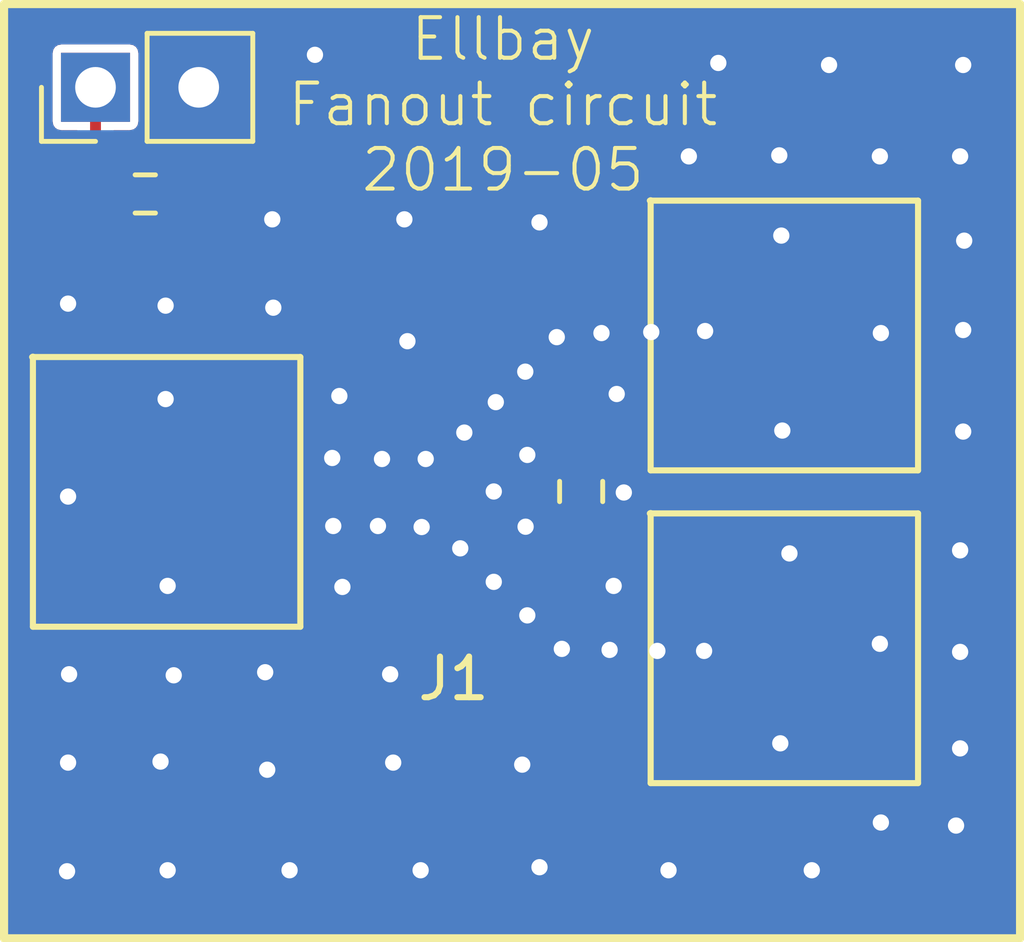
<source format=kicad_pcb>
(kicad_pcb (version 20171130) (host pcbnew "(5.0.1)-4")

  (general
    (thickness 1.6)
    (drawings 5)
    (tracks 240)
    (zones 0)
    (modules 7)
    (nets 4)
  )

  (page A4)
  (layers
    (0 F.Cu signal)
    (1 In1.Cu power)
    (2 In2.Cu power)
    (31 B.Cu signal)
    (32 B.Adhes user)
    (33 F.Adhes user)
    (34 B.Paste user)
    (35 F.Paste user)
    (36 B.SilkS user)
    (37 F.SilkS user)
    (38 B.Mask user)
    (39 F.Mask user)
    (40 Dwgs.User user)
    (41 Cmts.User user)
    (42 Eco1.User user)
    (43 Eco2.User user)
    (44 Edge.Cuts user)
    (45 Margin user)
    (46 B.CrtYd user)
    (47 F.CrtYd user)
    (48 B.Fab user)
    (49 F.Fab user)
  )

  (setup
    (last_trace_width 0.2)
    (user_trace_width 0.2)
    (user_trace_width 0.267)
    (trace_clearance 0.2)
    (zone_clearance 0.2)
    (zone_45_only no)
    (trace_min 0.2)
    (segment_width 0.2)
    (edge_width 0.15)
    (via_size 0.8)
    (via_drill 0.4)
    (via_min_size 0.3)
    (via_min_drill 0.2)
    (user_via 0.35 0.254)
    (uvia_size 0.3)
    (uvia_drill 0.1)
    (uvias_allowed no)
    (uvia_min_size 0.2)
    (uvia_min_drill 0.1)
    (pcb_text_width 0.3)
    (pcb_text_size 1.5 1.5)
    (mod_edge_width 0.15)
    (mod_text_size 1 1)
    (mod_text_width 0.15)
    (pad_size 0.3 0.3)
    (pad_drill 0)
    (pad_to_mask_clearance 0.051)
    (solder_mask_min_width 0.25)
    (aux_axis_origin 0 0)
    (visible_elements 7FFFFFFF)
    (pcbplotparams
      (layerselection 0x210f8_ffffffff)
      (usegerberextensions true)
      (usegerberattributes false)
      (usegerberadvancedattributes false)
      (creategerberjobfile false)
      (excludeedgelayer true)
      (linewidth 0.200000)
      (plotframeref false)
      (viasonmask true)
      (mode 1)
      (useauxorigin false)
      (hpglpennumber 1)
      (hpglpenspeed 20)
      (hpglpendiameter 15.000000)
      (psnegative false)
      (psa4output false)
      (plotreference false)
      (plotvalue false)
      (plotinvisibletext false)
      (padsonsilk true)
      (subtractmaskfromsilk false)
      (outputformat 1)
      (mirror false)
      (drillshape 0)
      (scaleselection 1)
      (outputdirectory ""))
  )

  (net 0 "")
  (net 1 GND)
  (net 2 /LO)
  (net 3 +5V)

  (net_class Default "This is the default net class."
    (clearance 0.2)
    (trace_width 0.25)
    (via_dia 0.8)
    (via_drill 0.4)
    (uvia_dia 0.3)
    (uvia_drill 0.1)
    (add_net +5V)
    (add_net /LO)
    (add_net GND)
  )

  (module EllBayInd-McFly:RF_50ohm_splitter_effective (layer F.Cu) (tedit 5CF1AFBF) (tstamp 5CFE3233)
    (at 126 84)
    (path /5CE34B8E)
    (fp_text reference J1 (at 0.06 4.61) (layer F.SilkS)
      (effects (font (size 1 1) (thickness 0.15)))
    )
    (fp_text value RF_50ohm_splitter (at 0 -5.18) (layer F.Fab)
      (effects (font (size 1 1) (thickness 0.15)))
    )
    (pad 1 smd rect (at -4.49 0 180) (size 0.2 0.345) (layers F.Cu F.Mask)
      (net 2 /LO))
    (pad 1 smd rect (at 3.21 3.138 180) (size 0.2 0.29) (layers F.Cu F.Mask)
      (net 2 /LO))
    (pad 1 smd rect (at 3.21 -3.138 180) (size 0.2 0.29) (layers F.Cu F.Mask)
      (net 2 /LO))
    (pad 1 smd custom (at 0 0) (size 0.15 0.15) (layers F.Cu F.Mask)
      (net 2 /LO) (zone_connect 0)
      (options (clearance outline) (anchor rect))
      (primitives
        (gr_poly (pts
           (xy -4.4 0.1725) (xy 0 0.1725) (xy 3.111 3.2835) (xy 3.111 2.9935) (xy 0.1175 0)
           (xy 3.111 -2.9935) (xy 3.111 -3.2835) (xy 0 -0.1725) (xy -4.4 -0.1725)) (width 0))
      ))
  )

  (module EllBayInd-McFly:SMAConnector (layer F.Cu) (tedit 5CE3361E) (tstamp 5CDE93F0)
    (at 134.2 80.15)
    (path /5CD23D56)
    (attr smd)
    (fp_text reference CON3 (at 1.05 -8.95) (layer F.SilkS) hide
      (effects (font (size 1 1) (thickness 0.15)))
    )
    (fp_text value RF_SMA (at 7.425 -8.075) (layer F.Fab) hide
      (effects (font (size 1 1) (thickness 0.15)))
    )
    (fp_line (start 3.29 -3.31) (end -3.31 -3.31) (layer F.SilkS) (width 0.15))
    (fp_line (start 3.29 3.33) (end 3.29 -3.31) (layer F.SilkS) (width 0.15))
    (fp_line (start -3.29 3.33) (end 3.29 3.33) (layer F.SilkS) (width 0.15))
    (fp_line (start -3.29 -3.32) (end -3.29 3.33) (layer F.SilkS) (width 0.15))
    (pad 1 smd rect (at 0 0) (size 1.5 1.5) (layers F.Cu F.Paste F.Mask)
      (net 2 /LO))
    (pad 2 smd rect (at -2.375 -2.375) (size 1.9 1.9) (layers F.Cu F.Paste F.Mask)
      (net 1 GND))
    (pad 2 smd rect (at -2.375 2.375) (size 1.9 1.9) (layers F.Cu F.Paste F.Mask)
      (net 1 GND))
    (pad 2 smd rect (at 2.375 2.375) (size 1.9 1.9) (layers F.Cu F.Paste F.Mask)
      (net 1 GND))
    (pad 2 smd rect (at 2.375 -2.375) (size 1.9 1.9) (layers F.Cu F.Paste F.Mask)
      (net 1 GND))
  )

  (module Connector_PinHeader_2.54mm:PinHeader_1x02_P2.54mm_Vertical (layer F.Cu) (tedit 59FED5CC) (tstamp 5CEF869A)
    (at 117.25 74.05 90)
    (descr "Through hole straight pin header, 1x02, 2.54mm pitch, single row")
    (tags "Through hole pin header THT 1x02 2.54mm single row")
    (path /5CE2FD8B)
    (fp_text reference J3 (at 0.425 -4.05 90) (layer F.SilkS) hide
      (effects (font (size 1 1) (thickness 0.15)))
    )
    (fp_text value Conn_01x02_Male (at 3.975 2.85) (layer F.Fab) hide
      (effects (font (size 1 1) (thickness 0.15)))
    )
    (fp_text user %R (at 0 1.27 180) (layer F.Fab)
      (effects (font (size 1 1) (thickness 0.15)))
    )
    (fp_line (start 1.8 -1.8) (end -1.8 -1.8) (layer F.CrtYd) (width 0.05))
    (fp_line (start 1.8 4.35) (end 1.8 -1.8) (layer F.CrtYd) (width 0.05))
    (fp_line (start -1.8 4.35) (end 1.8 4.35) (layer F.CrtYd) (width 0.05))
    (fp_line (start -1.8 -1.8) (end -1.8 4.35) (layer F.CrtYd) (width 0.05))
    (fp_line (start -1.33 -1.33) (end 0 -1.33) (layer F.SilkS) (width 0.12))
    (fp_line (start -1.33 0) (end -1.33 -1.33) (layer F.SilkS) (width 0.12))
    (fp_line (start -1.33 1.27) (end 1.33 1.27) (layer F.SilkS) (width 0.12))
    (fp_line (start 1.33 1.27) (end 1.33 3.87) (layer F.SilkS) (width 0.12))
    (fp_line (start -1.33 1.27) (end -1.33 3.87) (layer F.SilkS) (width 0.12))
    (fp_line (start -1.33 3.87) (end 1.33 3.87) (layer F.SilkS) (width 0.12))
    (fp_line (start -1.27 -0.635) (end -0.635 -1.27) (layer F.Fab) (width 0.1))
    (fp_line (start -1.27 3.81) (end -1.27 -0.635) (layer F.Fab) (width 0.1))
    (fp_line (start 1.27 3.81) (end -1.27 3.81) (layer F.Fab) (width 0.1))
    (fp_line (start 1.27 -1.27) (end 1.27 3.81) (layer F.Fab) (width 0.1))
    (fp_line (start -0.635 -1.27) (end 1.27 -1.27) (layer F.Fab) (width 0.1))
    (pad 2 thru_hole oval (at 0 2.54 90) (size 1.7 1.7) (drill 1) (layers *.Cu *.Mask)
      (net 1 GND))
    (pad 1 thru_hole rect (at 0 0 90) (size 1.7 1.7) (drill 1) (layers *.Cu *.Mask)
      (net 3 +5V))
    (model ${KISYS3DMOD}/Connector_PinHeader_2.54mm.3dshapes/PinHeader_1x02_P2.54mm_Vertical.wrl
      (at (xyz 0 0 0))
      (scale (xyz 1 1 1))
      (rotate (xyz 0 0 0))
    )
  )

  (module EllBayInd-McFly:SMAConnector (layer F.Cu) (tedit 5CE33622) (tstamp 5CDE93E3)
    (at 134.2 87.85)
    (path /5CD23D86)
    (attr smd)
    (fp_text reference CON2 (at 0.075 -4.925) (layer F.SilkS) hide
      (effects (font (size 1 1) (thickness 0.15)))
    )
    (fp_text value RF_SMA (at 0.1016 -4.8006) (layer F.Fab) hide
      (effects (font (size 1 1) (thickness 0.15)))
    )
    (fp_line (start -3.29 -3.32) (end -3.29 3.33) (layer F.SilkS) (width 0.15))
    (fp_line (start -3.29 3.33) (end 3.29 3.33) (layer F.SilkS) (width 0.15))
    (fp_line (start 3.29 3.33) (end 3.29 -3.31) (layer F.SilkS) (width 0.15))
    (fp_line (start 3.29 -3.31) (end -3.31 -3.31) (layer F.SilkS) (width 0.15))
    (pad 2 smd rect (at 2.375 -2.375) (size 1.9 1.9) (layers F.Cu F.Paste F.Mask)
      (net 1 GND))
    (pad 2 smd rect (at 2.375 2.375) (size 1.9 1.9) (layers F.Cu F.Paste F.Mask)
      (net 1 GND))
    (pad 2 smd rect (at -2.375 2.375) (size 1.9 1.9) (layers F.Cu F.Paste F.Mask)
      (net 1 GND))
    (pad 2 smd rect (at -2.375 -2.375) (size 1.9 1.9) (layers F.Cu F.Paste F.Mask)
      (net 1 GND))
    (pad 1 smd rect (at 0 0) (size 1.5 1.5) (layers F.Cu F.Paste F.Mask)
      (net 2 /LO))
  )

  (module EllBayInd-McFly:SMAConnector (layer F.Cu) (tedit 5CE3362E) (tstamp 5CDE93D6)
    (at 119 84)
    (path /5CD23CCA)
    (attr smd)
    (fp_text reference CON1 (at -12.5 -6) (layer F.SilkS) hide
      (effects (font (size 1 1) (thickness 0.15)))
    )
    (fp_text value RF_SMA (at -11.95 -3.475) (layer F.Fab) hide
      (effects (font (size 1 1) (thickness 0.15)))
    )
    (fp_line (start -3.29 -3.32) (end -3.29 3.33) (layer F.SilkS) (width 0.15))
    (fp_line (start -3.29 3.33) (end 3.29 3.33) (layer F.SilkS) (width 0.15))
    (fp_line (start 3.29 3.33) (end 3.29 -3.31) (layer F.SilkS) (width 0.15))
    (fp_line (start 3.29 -3.31) (end -3.31 -3.31) (layer F.SilkS) (width 0.15))
    (pad 2 smd rect (at 2.375 -2.375) (size 1.9 1.9) (layers F.Cu F.Paste F.Mask)
      (net 1 GND))
    (pad 2 smd rect (at 2.375 2.375) (size 1.9 1.9) (layers F.Cu F.Paste F.Mask)
      (net 1 GND))
    (pad 2 smd rect (at -2.375 2.375) (size 1.9 1.9) (layers F.Cu F.Paste F.Mask)
      (net 1 GND))
    (pad 2 smd rect (at -2.375 -2.375) (size 1.9 1.9) (layers F.Cu F.Paste F.Mask)
      (net 1 GND))
    (pad 1 smd rect (at 0 0) (size 1.5 1.5) (layers F.Cu F.Paste F.Mask)
      (net 2 /LO))
  )

  (module EllBayInd-McFly:R_0402 (layer F.Cu) (tedit 5CE33754) (tstamp 5CEFBDEE)
    (at 129.2 84 90)
    (descr "Resistor SMD 0402, reflow soldering, Vishay (see dcrcw.pdf)")
    (tags "resistor 0402")
    (path /5CE34BF2)
    (attr smd)
    (fp_text reference R1 (at 0 -1.35 90) (layer F.SilkS) hide
      (effects (font (size 1 1) (thickness 0.15)))
    )
    (fp_text value 100 (at 0 1.45 90) (layer F.Fab)
      (effects (font (size 1 1) (thickness 0.15)))
    )
    (fp_line (start 0.8 0.45) (end -0.8 0.45) (layer F.CrtYd) (width 0.05))
    (fp_line (start 0.8 0.45) (end 0.8 -0.45) (layer F.CrtYd) (width 0.05))
    (fp_line (start -0.8 -0.45) (end -0.8 0.45) (layer F.CrtYd) (width 0.05))
    (fp_line (start -0.8 -0.45) (end 0.8 -0.45) (layer F.CrtYd) (width 0.05))
    (fp_line (start -0.25 0.53) (end 0.25 0.53) (layer F.SilkS) (width 0.12))
    (fp_line (start 0.25 -0.53) (end -0.25 -0.53) (layer F.SilkS) (width 0.12))
    (fp_line (start -0.5 -0.25) (end 0.5 -0.25) (layer F.Fab) (width 0.1))
    (fp_line (start 0.5 -0.25) (end 0.5 0.25) (layer F.Fab) (width 0.1))
    (fp_line (start 0.5 0.25) (end -0.5 0.25) (layer F.Fab) (width 0.1))
    (fp_line (start -0.5 0.25) (end -0.5 -0.25) (layer F.Fab) (width 0.1))
    (fp_text user %R (at 0 -1.35 90) (layer F.Fab)
      (effects (font (size 1 1) (thickness 0.15)))
    )
    (pad 2 smd rect (at 0.45 0 90) (size 0.4 0.6) (layers F.Cu F.Paste F.Mask)
      (net 2 /LO))
    (pad 1 smd rect (at -0.45 0 90) (size 0.4 0.6) (layers F.Cu F.Paste F.Mask)
      (net 2 /LO))
    (model ${KISYS3DMOD}/Resistors_SMD.3dshapes/R_0402.wrl
      (at (xyz 0 0 0))
      (scale (xyz 1 1 1))
      (rotate (xyz 0 0 0))
    )
  )

  (module EllBayInd-McFly:C_0402 (layer F.Cu) (tedit 5CE33EC4) (tstamp 5D083357)
    (at 118.475 76.675)
    (descr "Capacitor SMD 0402, reflow soldering, AVX (see smccp.pdf)")
    (tags "capacitor 0402")
    (path /5CE35471)
    (attr smd)
    (fp_text reference C1 (at 0 -1.27) (layer F.SilkS) hide
      (effects (font (size 1 1) (thickness 0.15)))
    )
    (fp_text value 1uF (at 0 1.27) (layer F.Fab) hide
      (effects (font (size 1 1) (thickness 0.15)))
    )
    (fp_line (start 1 0.4) (end -1 0.4) (layer F.CrtYd) (width 0.05))
    (fp_line (start 1 0.4) (end 1 -0.4) (layer F.CrtYd) (width 0.05))
    (fp_line (start -1 -0.4) (end -1 0.4) (layer F.CrtYd) (width 0.05))
    (fp_line (start -1 -0.4) (end 1 -0.4) (layer F.CrtYd) (width 0.05))
    (fp_line (start -0.25 0.47) (end 0.25 0.47) (layer F.SilkS) (width 0.12))
    (fp_line (start 0.25 -0.47) (end -0.25 -0.47) (layer F.SilkS) (width 0.12))
    (fp_line (start -0.5 -0.25) (end 0.5 -0.25) (layer F.Fab) (width 0.1))
    (fp_line (start 0.5 -0.25) (end 0.5 0.25) (layer F.Fab) (width 0.1))
    (fp_line (start 0.5 0.25) (end -0.5 0.25) (layer F.Fab) (width 0.1))
    (fp_line (start -0.5 0.25) (end -0.5 -0.25) (layer F.Fab) (width 0.1))
    (fp_text user %R (at 0 -1.27) (layer F.Fab)
      (effects (font (size 1 1) (thickness 0.15)))
    )
    (pad 2 smd rect (at 0.5 0) (size 0.6 0.5) (layers F.Cu F.Paste F.Mask)
      (net 1 GND))
    (pad 1 smd rect (at -0.5 0) (size 0.6 0.5) (layers F.Cu F.Paste F.Mask)
      (net 3 +5V))
    (model Capacitors_SMD.3dshapes/C_0402.wrl
      (at (xyz 0 0 0))
      (scale (xyz 1 1 1))
      (rotate (xyz 0 0 0))
    )
  )

  (gr_text "Ellbay\nFanout circuit\n2019-05" (at 127.275 74.475) (layer F.SilkS)
    (effects (font (size 1 1) (thickness 0.1)))
  )
  (gr_line (start 140 72) (end 115 72) (layer F.SilkS) (width 0.2))
  (gr_line (start 140 95) (end 140 72) (layer F.SilkS) (width 0.2))
  (gr_line (start 115 95) (end 140 95) (layer F.SilkS) (width 0.2))
  (gr_line (start 115 72) (end 115 95) (layer F.SilkS) (width 0.2))

  (via (at 118.975 81.725) (size 0.8) (drill 0.4) (layers F.Cu B.Cu) (net 1))
  (segment (start 121.375 81.625) (end 119.075 81.625) (width 0.267) (layer F.Cu) (net 1))
  (segment (start 119.075 81.625) (end 118.975 81.725) (width 0.267) (layer F.Cu) (net 1))
  (segment (start 118.875 81.625) (end 118.975 81.725) (width 0.267) (layer F.Cu) (net 1))
  (segment (start 116.625 81.625) (end 118.875 81.625) (width 0.267) (layer F.Cu) (net 1))
  (via (at 116.575 84.125) (size 0.8) (drill 0.4) (layers F.Cu B.Cu) (net 1))
  (segment (start 116.625 86.375) (end 116.625 84.175) (width 0.267) (layer F.Cu) (net 1))
  (segment (start 116.625 84.175) (end 116.575 84.125) (width 0.267) (layer F.Cu) (net 1))
  (segment (start 116.625 84.075) (end 116.575 84.125) (width 0.267) (layer F.Cu) (net 1))
  (segment (start 116.625 81.625) (end 116.625 84.075) (width 0.267) (layer F.Cu) (net 1))
  (via (at 119.025 86.325) (size 0.8) (drill 0.4) (layers F.Cu B.Cu) (net 1))
  (segment (start 116.625 86.375) (end 118.975 86.375) (width 0.267) (layer F.Cu) (net 1))
  (segment (start 118.975 86.375) (end 119.025 86.325) (width 0.267) (layer F.Cu) (net 1))
  (segment (start 119.075 86.375) (end 119.025 86.325) (width 0.267) (layer F.Cu) (net 1))
  (segment (start 121.375 86.375) (end 119.075 86.375) (width 0.267) (layer F.Cu) (net 1))
  (via (at 116.6 88.5) (size 0.8) (drill 0.4) (layers F.Cu B.Cu) (net 1))
  (segment (start 116.625 86.375) (end 116.625 88.475) (width 0.267) (layer F.Cu) (net 1))
  (segment (start 116.625 88.475) (end 116.6 88.5) (width 0.267) (layer F.Cu) (net 1))
  (via (at 119.175 88.525) (size 0.8) (drill 0.4) (layers F.Cu B.Cu) (net 1))
  (segment (start 116.6 88.5) (end 119.15 88.5) (width 0.267) (layer B.Cu) (net 1))
  (segment (start 119.15 88.5) (end 119.175 88.525) (width 0.267) (layer B.Cu) (net 1))
  (via (at 121.425 88.45) (size 0.8) (drill 0.4) (layers F.Cu B.Cu) (net 1))
  (segment (start 119.175 88.525) (end 121.35 88.525) (width 0.267) (layer F.Cu) (net 1))
  (segment (start 121.35 88.525) (end 121.425 88.45) (width 0.267) (layer F.Cu) (net 1))
  (via (at 124.5 88.5) (size 0.8) (drill 0.4) (layers F.Cu B.Cu) (net 1))
  (segment (start 121.425 88.45) (end 124.45 88.45) (width 0.267) (layer B.Cu) (net 1))
  (segment (start 124.45 88.45) (end 124.5 88.5) (width 0.267) (layer B.Cu) (net 1))
  (via (at 127.75 90.725) (size 0.8) (drill 0.4) (layers F.Cu B.Cu) (net 1))
  (segment (start 127.9 90.875) (end 127.75 90.725) (width 0.267) (layer B.Cu) (net 1))
  (via (at 124.575 90.675) (size 0.8) (drill 0.4) (layers F.Cu B.Cu) (net 1))
  (segment (start 127.75 90.725) (end 124.625 90.725) (width 0.267) (layer F.Cu) (net 1))
  (segment (start 124.625 90.725) (end 124.575 90.675) (width 0.267) (layer F.Cu) (net 1))
  (via (at 121.475 90.85) (size 0.8) (drill 0.4) (layers F.Cu B.Cu) (net 1))
  (segment (start 124.575 90.675) (end 121.65 90.675) (width 0.267) (layer B.Cu) (net 1))
  (segment (start 121.65 90.675) (end 121.475 90.85) (width 0.267) (layer B.Cu) (net 1))
  (via (at 118.85 90.65) (size 0.8) (drill 0.4) (layers F.Cu B.Cu) (net 1))
  (segment (start 121.475 90.85) (end 119.05 90.85) (width 0.267) (layer F.Cu) (net 1))
  (segment (start 119.05 90.85) (end 118.85 90.65) (width 0.267) (layer F.Cu) (net 1))
  (via (at 116.575 90.675) (size 0.8) (drill 0.4) (layers F.Cu B.Cu) (net 1))
  (segment (start 118.85 90.65) (end 116.6 90.65) (width 0.267) (layer B.Cu) (net 1))
  (segment (start 116.6 90.65) (end 116.575 90.675) (width 0.267) (layer B.Cu) (net 1))
  (via (at 116.55 93.35) (size 0.8) (drill 0.4) (layers F.Cu B.Cu) (net 1))
  (segment (start 116.575 90.675) (end 116.575 93.325) (width 0.267) (layer F.Cu) (net 1))
  (segment (start 116.575 93.325) (end 116.55 93.35) (width 0.267) (layer F.Cu) (net 1))
  (via (at 119.025 93.325) (size 0.8) (drill 0.4) (layers F.Cu B.Cu) (net 1))
  (segment (start 116.55 93.35) (end 119 93.35) (width 0.267) (layer B.Cu) (net 1))
  (segment (start 119 93.35) (end 119.025 93.325) (width 0.267) (layer B.Cu) (net 1))
  (via (at 122.025 93.325) (size 0.8) (drill 0.4) (layers F.Cu B.Cu) (net 1))
  (segment (start 119.025 93.325) (end 122.025 93.325) (width 0.267) (layer F.Cu) (net 1))
  (via (at 125.25 93.325) (size 0.8) (drill 0.4) (layers F.Cu B.Cu) (net 1))
  (segment (start 122.025 93.325) (end 125.25 93.325) (width 0.267) (layer B.Cu) (net 1))
  (via (at 128.175 93.25) (size 0.8) (drill 0.4) (layers F.Cu B.Cu) (net 1))
  (segment (start 125.25 93.325) (end 128.1 93.325) (width 0.267) (layer F.Cu) (net 1))
  (segment (start 128.1 93.325) (end 128.175 93.25) (width 0.267) (layer F.Cu) (net 1))
  (via (at 131.35 93.325) (size 0.8) (drill 0.4) (layers F.Cu B.Cu) (net 1))
  (segment (start 128.175 93.25) (end 131.275 93.25) (width 0.267) (layer B.Cu) (net 1))
  (segment (start 131.275 93.25) (end 131.35 93.325) (width 0.267) (layer B.Cu) (net 1))
  (via (at 134.875 93.325) (size 0.8) (drill 0.4) (layers F.Cu B.Cu) (net 1))
  (segment (start 131.35 93.325) (end 134.875 93.325) (width 0.267) (layer F.Cu) (net 1))
  (via (at 116.575 79.375) (size 0.8) (drill 0.4) (layers F.Cu B.Cu) (net 1))
  (segment (start 116.625 81.625) (end 116.625 79.425) (width 0.267) (layer F.Cu) (net 1))
  (segment (start 116.625 79.425) (end 116.575 79.375) (width 0.267) (layer F.Cu) (net 1))
  (via (at 118.975 79.425) (size 0.8) (drill 0.4) (layers F.Cu B.Cu) (net 1))
  (segment (start 116.575 79.375) (end 118.925 79.375) (width 0.267) (layer B.Cu) (net 1))
  (segment (start 118.925 79.375) (end 118.975 79.425) (width 0.267) (layer B.Cu) (net 1))
  (via (at 121.625 79.475) (size 0.8) (drill 0.4) (layers F.Cu B.Cu) (net 1))
  (segment (start 118.975 79.425) (end 121.575 79.425) (width 0.267) (layer F.Cu) (net 1))
  (segment (start 121.575 79.425) (end 121.625 79.475) (width 0.267) (layer F.Cu) (net 1))
  (via (at 121.6 77.3) (size 0.8) (drill 0.4) (layers F.Cu B.Cu) (net 1))
  (segment (start 121.625 79.475) (end 121.625 77.325) (width 0.267) (layer B.Cu) (net 1))
  (segment (start 121.625 77.325) (end 121.6 77.3) (width 0.267) (layer B.Cu) (net 1))
  (via (at 124.85 77.3) (size 0.8) (drill 0.4) (layers F.Cu B.Cu) (net 1))
  (segment (start 121.6 77.3) (end 124.85 77.3) (width 0.267) (layer F.Cu) (net 1))
  (via (at 124.925 80.3) (size 0.8) (drill 0.4) (layers F.Cu B.Cu) (net 1))
  (segment (start 124.85 77.3) (end 124.85 80.225) (width 0.267) (layer B.Cu) (net 1))
  (segment (start 124.85 80.225) (end 124.925 80.3) (width 0.267) (layer B.Cu) (net 1))
  (segment (start 119.865 74.125) (end 119.79 74.05) (width 0.267) (layer F.Cu) (net 1))
  (via (at 122.65 73.25) (size 0.8) (drill 0.4) (layers F.Cu B.Cu) (net 1))
  (segment (start 119.79 74.05) (end 121.85 74.05) (width 0.267) (layer F.Cu) (net 1))
  (segment (start 121.85 74.05) (end 122.65 73.25) (width 0.267) (layer F.Cu) (net 1))
  (segment (start 119.79 75.252081) (end 119.79 74.05) (width 0.267) (layer F.Cu) (net 1))
  (segment (start 119.79 76.427) (end 119.79 75.252081) (width 0.267) (layer F.Cu) (net 1))
  (segment (start 119.542 76.675) (end 119.79 76.427) (width 0.267) (layer F.Cu) (net 1))
  (segment (start 118.975 76.675) (end 119.542 76.675) (width 0.267) (layer F.Cu) (net 1))
  (via (at 123.25 81.65) (size 0.8) (drill 0.4) (layers F.Cu B.Cu) (net 1))
  (segment (start 121.375 81.625) (end 123.225 81.625) (width 0.25) (layer F.Cu) (net 1))
  (segment (start 123.225 81.625) (end 123.25 81.65) (width 0.25) (layer F.Cu) (net 1))
  (via (at 123.075 83.175) (size 0.8) (drill 0.4) (layers F.Cu B.Cu) (net 1))
  (segment (start 123.25 81.65) (end 123.25 83) (width 0.25) (layer B.Cu) (net 1))
  (segment (start 123.25 83) (end 123.075 83.175) (width 0.25) (layer B.Cu) (net 1))
  (via (at 124.3 83.2) (size 0.8) (drill 0.4) (layers F.Cu B.Cu) (net 1))
  (segment (start 123.075 83.175) (end 124.275 83.175) (width 0.25) (layer F.Cu) (net 1))
  (segment (start 124.275 83.175) (end 124.3 83.2) (width 0.25) (layer F.Cu) (net 1))
  (via (at 125.375 83.2) (size 0.8) (drill 0.4) (layers F.Cu B.Cu) (net 1))
  (segment (start 124.3 83.2) (end 125.375 83.2) (width 0.25) (layer B.Cu) (net 1))
  (via (at 126.325 82.55) (size 0.8) (drill 0.4) (layers F.Cu B.Cu) (net 1))
  (segment (start 125.375 83.2) (end 125.675 83.2) (width 0.25) (layer F.Cu) (net 1))
  (segment (start 125.675 83.2) (end 126.325 82.55) (width 0.25) (layer F.Cu) (net 1))
  (via (at 127.1 81.8) (size 0.8) (drill 0.4) (layers F.Cu B.Cu) (net 1))
  (segment (start 126.325 82.55) (end 126.35 82.55) (width 0.25) (layer B.Cu) (net 1))
  (segment (start 126.35 82.55) (end 127.1 81.8) (width 0.25) (layer B.Cu) (net 1))
  (via (at 127.825 81.05) (size 0.8) (drill 0.4) (layers F.Cu B.Cu) (net 1))
  (segment (start 127.1 81.8) (end 127.1 81.775) (width 0.25) (layer F.Cu) (net 1))
  (segment (start 127.1 81.775) (end 127.825 81.05) (width 0.25) (layer F.Cu) (net 1))
  (via (at 128.6 80.2) (size 0.8) (drill 0.4) (layers F.Cu B.Cu) (net 1))
  (segment (start 127.825 81.05) (end 127.825 80.975) (width 0.25) (layer B.Cu) (net 1))
  (segment (start 127.825 80.975) (end 128.6 80.2) (width 0.25) (layer B.Cu) (net 1))
  (via (at 129.7 80.1) (size 0.8) (drill 0.4) (layers F.Cu B.Cu) (net 1))
  (segment (start 128.6 80.2) (end 129.6 80.2) (width 0.25) (layer F.Cu) (net 1))
  (segment (start 129.6 80.2) (end 129.7 80.1) (width 0.25) (layer F.Cu) (net 1))
  (via (at 130.925 80.075) (size 0.8) (drill 0.4) (layers F.Cu B.Cu) (net 1))
  (segment (start 129.7 80.1) (end 130.9 80.1) (width 0.25) (layer B.Cu) (net 1))
  (segment (start 130.9 80.1) (end 130.925 80.075) (width 0.25) (layer B.Cu) (net 1))
  (via (at 132.25 80.05) (size 0.8) (drill 0.4) (layers F.Cu B.Cu) (net 1))
  (segment (start 130.925 80.075) (end 132.225 80.075) (width 0.25) (layer F.Cu) (net 1))
  (segment (start 132.225 80.075) (end 132.25 80.05) (width 0.25) (layer F.Cu) (net 1))
  (segment (start 131.825 79.625) (end 132.25 80.05) (width 0.25) (layer F.Cu) (net 1))
  (segment (start 131.825 77.775) (end 131.825 79.625) (width 0.25) (layer F.Cu) (net 1))
  (via (at 128.175 77.375) (size 0.8) (drill 0.4) (layers F.Cu B.Cu) (net 1))
  (segment (start 124.85 77.3) (end 128.1 77.3) (width 0.25) (layer F.Cu) (net 1))
  (segment (start 128.1 77.3) (end 128.175 77.375) (width 0.25) (layer F.Cu) (net 1))
  (via (at 134.125 77.7) (size 0.8) (drill 0.4) (layers F.Cu B.Cu) (net 1))
  (segment (start 131.825 77.775) (end 134.05 77.775) (width 0.25) (layer F.Cu) (net 1))
  (segment (start 134.05 77.775) (end 134.125 77.7) (width 0.25) (layer F.Cu) (net 1))
  (via (at 136.55 75.75) (size 0.8) (drill 0.4) (layers F.Cu B.Cu) (net 1))
  (segment (start 136.575 77.775) (end 136.575 75.775) (width 0.25) (layer F.Cu) (net 1))
  (segment (start 136.575 75.775) (end 136.55 75.75) (width 0.25) (layer F.Cu) (net 1))
  (via (at 134.075 75.725) (size 0.8) (drill 0.4) (layers F.Cu B.Cu) (net 1))
  (segment (start 136.55 75.75) (end 134.1 75.75) (width 0.25) (layer B.Cu) (net 1))
  (segment (start 134.1 75.75) (end 134.075 75.725) (width 0.25) (layer B.Cu) (net 1))
  (via (at 131.85 75.75) (size 0.8) (drill 0.4) (layers F.Cu B.Cu) (net 1))
  (segment (start 134.075 75.725) (end 131.875 75.725) (width 0.25) (layer F.Cu) (net 1))
  (segment (start 131.875 75.725) (end 131.85 75.75) (width 0.25) (layer F.Cu) (net 1))
  (segment (start 131.825 75.775) (end 131.85 75.75) (width 0.25) (layer F.Cu) (net 1))
  (segment (start 131.825 77.775) (end 131.825 75.775) (width 0.25) (layer F.Cu) (net 1))
  (via (at 134.15 82.5) (size 0.8) (drill 0.4) (layers F.Cu B.Cu) (net 1))
  (segment (start 131.825 82.525) (end 134.125 82.525) (width 0.25) (layer F.Cu) (net 1))
  (segment (start 134.125 82.525) (end 134.15 82.5) (width 0.25) (layer F.Cu) (net 1))
  (via (at 138.6 82.525) (size 0.8) (drill 0.4) (layers F.Cu B.Cu) (net 1))
  (segment (start 136.575 82.525) (end 138.6 82.525) (width 0.25) (layer F.Cu) (net 1))
  (via (at 138.625 77.825) (size 0.8) (drill 0.4) (layers F.Cu B.Cu) (net 1))
  (segment (start 138.6 77.85) (end 138.625 77.825) (width 0.25) (layer B.Cu) (net 1))
  (via (at 136.575 80.1) (size 0.8) (drill 0.4) (layers F.Cu B.Cu) (net 1))
  (segment (start 136.575 82.525) (end 136.575 80.1) (width 0.25) (layer F.Cu) (net 1))
  (via (at 138.525 85.45) (size 0.8) (drill 0.4) (layers F.Cu B.Cu) (net 1))
  (segment (start 136.575 85.475) (end 138.5 85.475) (width 0.25) (layer F.Cu) (net 1))
  (segment (start 138.5 85.475) (end 138.525 85.45) (width 0.25) (layer F.Cu) (net 1))
  (via (at 138.525 87.95) (size 0.8) (drill 0.4) (layers F.Cu B.Cu) (net 1))
  (segment (start 138.525 85.45) (end 138.525 87.95) (width 0.25) (layer B.Cu) (net 1))
  (via (at 138.525 90.325) (size 0.8) (drill 0.4) (layers F.Cu B.Cu) (net 1))
  (segment (start 138.525 87.95) (end 138.525 90.325) (width 0.25) (layer F.Cu) (net 1))
  (via (at 136.55 87.75) (size 0.8) (drill 0.4) (layers F.Cu B.Cu) (net 1))
  (segment (start 136.575 85.475) (end 136.575 87.725) (width 0.25) (layer F.Cu) (net 1))
  (segment (start 136.575 87.725) (end 136.55 87.75) (width 0.25) (layer F.Cu) (net 1))
  (via (at 134.325 85.525) (size 0.8) (drill 0.4) (layers F.Cu B.Cu) (net 1))
  (segment (start 136.575 85.475) (end 134.375 85.475) (width 0.25) (layer F.Cu) (net 1))
  (segment (start 134.375 85.475) (end 134.325 85.525) (width 0.25) (layer F.Cu) (net 1))
  (via (at 138.6 80.025) (size 0.8) (drill 0.4) (layers F.Cu B.Cu) (net 1))
  (segment (start 138.6 82.525) (end 138.6 80.025) (width 0.25) (layer B.Cu) (net 1))
  (segment (start 138.6 80.025) (end 138.6 77.85) (width 0.25) (layer B.Cu) (net 1))
  (via (at 138.525 75.75) (size 0.8) (drill 0.4) (layers F.Cu B.Cu) (net 1))
  (segment (start 138.625 77.825) (end 138.625 75.85) (width 0.25) (layer B.Cu) (net 1))
  (segment (start 138.625 75.85) (end 138.525 75.75) (width 0.25) (layer B.Cu) (net 1))
  (via (at 138.6 73.5) (size 0.8) (drill 0.4) (layers F.Cu B.Cu) (net 1))
  (segment (start 138.525 75.75) (end 138.525 73.575) (width 0.25) (layer F.Cu) (net 1))
  (segment (start 138.525 73.575) (end 138.6 73.5) (width 0.25) (layer F.Cu) (net 1))
  (via (at 135.3 73.5) (size 0.8) (drill 0.4) (layers F.Cu B.Cu) (net 1))
  (segment (start 138.6 73.5) (end 135.3 73.5) (width 0.25) (layer B.Cu) (net 1))
  (via (at 132.575 73.45) (size 0.8) (drill 0.4) (layers F.Cu B.Cu) (net 1))
  (segment (start 135.3 73.5) (end 132.625 73.5) (width 0.25) (layer F.Cu) (net 1))
  (segment (start 132.625 73.5) (end 132.575 73.45) (width 0.25) (layer F.Cu) (net 1))
  (via (at 123.325 86.35) (size 0.8) (drill 0.4) (layers F.Cu B.Cu) (net 1))
  (segment (start 121.375 86.375) (end 123.3 86.375) (width 0.25) (layer F.Cu) (net 1))
  (segment (start 123.3 86.375) (end 123.325 86.35) (width 0.25) (layer F.Cu) (net 1))
  (via (at 123.1 84.85) (size 0.8) (drill 0.4) (layers F.Cu B.Cu) (net 1))
  (segment (start 123.325 86.35) (end 123.325 85.075) (width 0.25) (layer B.Cu) (net 1))
  (segment (start 123.325 85.075) (end 123.1 84.85) (width 0.25) (layer B.Cu) (net 1))
  (via (at 124.2 84.85) (size 0.8) (drill 0.4) (layers F.Cu B.Cu) (net 1))
  (segment (start 123.1 84.85) (end 124.2 84.85) (width 0.25) (layer F.Cu) (net 1))
  (via (at 125.275 84.875) (size 0.8) (drill 0.4) (layers F.Cu B.Cu) (net 1))
  (segment (start 124.2 84.85) (end 125.25 84.85) (width 0.25) (layer B.Cu) (net 1))
  (segment (start 125.25 84.85) (end 125.275 84.875) (width 0.25) (layer B.Cu) (net 1))
  (via (at 126.225 85.4) (size 0.8) (drill 0.4) (layers F.Cu B.Cu) (net 1))
  (segment (start 125.275 84.875) (end 125.7 84.875) (width 0.25) (layer F.Cu) (net 1))
  (segment (start 125.7 84.875) (end 126.225 85.4) (width 0.25) (layer F.Cu) (net 1))
  (via (at 127.05 86.225) (size 0.8) (drill 0.4) (layers F.Cu B.Cu) (net 1))
  (segment (start 126.225 85.4) (end 127.05 86.225) (width 0.25) (layer B.Cu) (net 1))
  (via (at 127.875 87.05) (size 0.8) (drill 0.4) (layers F.Cu B.Cu) (net 1))
  (segment (start 127.05 86.225) (end 127.875 87.05) (width 0.25) (layer F.Cu) (net 1))
  (via (at 128.725 87.875) (size 0.8) (drill 0.4) (layers F.Cu B.Cu) (net 1))
  (segment (start 127.875 87.05) (end 127.9 87.05) (width 0.25) (layer B.Cu) (net 1))
  (segment (start 127.9 87.05) (end 128.725 87.875) (width 0.25) (layer B.Cu) (net 1))
  (via (at 129.9 87.9) (size 0.8) (drill 0.4) (layers F.Cu B.Cu) (net 1))
  (segment (start 128.725 87.875) (end 129.875 87.875) (width 0.25) (layer F.Cu) (net 1))
  (segment (start 129.875 87.875) (end 129.9 87.9) (width 0.25) (layer F.Cu) (net 1))
  (via (at 131.075 87.925) (size 0.8) (drill 0.4) (layers F.Cu B.Cu) (net 1))
  (segment (start 129.9 87.9) (end 131.05 87.9) (width 0.25) (layer B.Cu) (net 1))
  (segment (start 131.05 87.9) (end 131.075 87.925) (width 0.25) (layer B.Cu) (net 1))
  (via (at 132.225 87.925) (size 0.8) (drill 0.4) (layers F.Cu B.Cu) (net 1))
  (segment (start 131.075 87.925) (end 132.225 87.925) (width 0.25) (layer F.Cu) (net 1))
  (via (at 127.05 84) (size 0.8) (drill 0.4) (layers F.Cu B.Cu) (net 1))
  (segment (start 126.225 85.4) (end 126.225 84.825) (width 0.25) (layer B.Cu) (net 1))
  (segment (start 126.225 84.825) (end 127.05 84) (width 0.25) (layer B.Cu) (net 1))
  (via (at 127.875 83.1) (size 0.8) (drill 0.4) (layers F.Cu B.Cu) (net 1))
  (segment (start 127.05 84) (end 127.05 83.925) (width 0.25) (layer F.Cu) (net 1))
  (segment (start 127.05 83.925) (end 127.875 83.1) (width 0.25) (layer F.Cu) (net 1))
  (via (at 127.833015 84.866985) (size 0.8) (drill 0.4) (layers F.Cu B.Cu) (net 1))
  (segment (start 127.875 83.1) (end 127.875 84.825) (width 0.25) (layer B.Cu) (net 1))
  (segment (start 127.875 84.825) (end 127.833015 84.866985) (width 0.25) (layer B.Cu) (net 1))
  (via (at 130.075 81.6) (size 0.8) (drill 0.4) (layers F.Cu B.Cu) (net 1))
  (segment (start 131.825 82.525) (end 131 82.525) (width 0.25) (layer F.Cu) (net 1))
  (segment (start 131 82.525) (end 130.075 81.6) (width 0.25) (layer F.Cu) (net 1))
  (via (at 130.25 84.025) (size 0.8) (drill 0.4) (layers F.Cu B.Cu) (net 1))
  (segment (start 130.075 81.6) (end 130.075 83.85) (width 0.25) (layer B.Cu) (net 1))
  (segment (start 130.075 83.85) (end 130.25 84.025) (width 0.25) (layer B.Cu) (net 1))
  (via (at 130 86.325) (size 0.8) (drill 0.4) (layers F.Cu B.Cu) (net 1))
  (segment (start 130.25 84.025) (end 130.25 86.075) (width 0.25) (layer F.Cu) (net 1))
  (segment (start 130.25 86.075) (end 130 86.325) (width 0.25) (layer F.Cu) (net 1))
  (via (at 136.575 92.15) (size 0.8) (drill 0.4) (layers F.Cu B.Cu) (net 1))
  (segment (start 136.575 90.225) (end 136.575 92.15) (width 0.25) (layer F.Cu) (net 1))
  (via (at 138.425 92.225) (size 0.8) (drill 0.4) (layers F.Cu B.Cu) (net 1))
  (segment (start 136.575 92.15) (end 138.35 92.15) (width 0.25) (layer B.Cu) (net 1))
  (segment (start 138.35 92.15) (end 138.425 92.225) (width 0.25) (layer B.Cu) (net 1))
  (via (at 134.1 90.2) (size 0.8) (drill 0.4) (layers F.Cu B.Cu) (net 1))
  (segment (start 131.825 90.225) (end 134.075 90.225) (width 0.25) (layer F.Cu) (net 1))
  (segment (start 134.075 90.225) (end 134.1 90.2) (width 0.25) (layer F.Cu) (net 1))
  (segment (start 119 84) (end 121.51 84) (width 0.267) (layer F.Cu) (net 2))
  (segment (start 126 84) (end 121.51 84) (width 0.267) (layer F.Cu) (net 2))
  (segment (start 129.2 80.872) (end 129.21 80.862) (width 0.267) (layer F.Cu) (net 2))
  (segment (start 129.2 83.55) (end 129.2 80.872) (width 0.267) (layer F.Cu) (net 2))
  (segment (start 129.2 87.128) (end 129.21 87.138) (width 0.267) (layer F.Cu) (net 2))
  (segment (start 129.2 84.45) (end 129.2 87.128) (width 0.267) (layer F.Cu) (net 2))
  (segment (start 133.488 80.862) (end 134.2 80.15) (width 0.267) (layer F.Cu) (net 2))
  (segment (start 129.21 80.862) (end 133.488 80.862) (width 0.267) (layer F.Cu) (net 2))
  (segment (start 133.488 87.138) (end 134.2 87.85) (width 0.267) (layer F.Cu) (net 2))
  (segment (start 129.21 87.138) (end 133.488 87.138) (width 0.267) (layer F.Cu) (net 2))
  (segment (start 117.25 75.167) (end 117.25 74.05) (width 0.267) (layer F.Cu) (net 3))
  (segment (start 117.25 76) (end 117.25 75.167) (width 0.267) (layer F.Cu) (net 3))
  (segment (start 117.925 76.675) (end 117.25 76) (width 0.267) (layer F.Cu) (net 3))
  (segment (start 117.975 76.675) (end 117.925 76.675) (width 0.267) (layer F.Cu) (net 3))

  (zone (net 1) (net_name GND) (layer B.Cu) (tstamp 5CDF03F4) (hatch edge 0.508)
    (connect_pads yes (clearance 0.178))
    (min_thickness 0.254)
    (fill yes (arc_segments 16) (thermal_gap 0.508) (thermal_bridge_width 0.508))
    (polygon
      (pts
        (xy 115 72) (xy 140 72) (xy 140 95) (xy 115 95)
      )
    )
    (filled_polygon
      (pts
        (xy 139.873 94.873) (xy 115.127 94.873) (xy 115.127 73.2) (xy 116.066594 73.2) (xy 116.066594 74.9)
        (xy 116.091973 75.027589) (xy 116.164246 75.135754) (xy 116.272411 75.208027) (xy 116.4 75.233406) (xy 118.1 75.233406)
        (xy 118.227589 75.208027) (xy 118.335754 75.135754) (xy 118.408027 75.027589) (xy 118.433406 74.9) (xy 118.433406 73.2)
        (xy 118.408027 73.072411) (xy 118.335754 72.964246) (xy 118.227589 72.891973) (xy 118.1 72.866594) (xy 116.4 72.866594)
        (xy 116.272411 72.891973) (xy 116.164246 72.964246) (xy 116.091973 73.072411) (xy 116.066594 73.2) (xy 115.127 73.2)
        (xy 115.127 72.127) (xy 139.873 72.127)
      )
    )
  )
  (zone (net 1) (net_name GND) (layer F.Cu) (tstamp 5CDF03E5) (hatch edge 0.508)
    (connect_pads yes (clearance 0.2))
    (min_thickness 0.254)
    (fill yes (arc_segments 16) (thermal_gap 0.508) (thermal_bridge_width 0.508))
    (polygon
      (pts
        (xy 115 72) (xy 140 72) (xy 140 95) (xy 115 95)
      )
    )
    (filled_polygon
      (pts
        (xy 139.873 94.873) (xy 115.127 94.873) (xy 115.127 83.25) (xy 117.916594 83.25) (xy 117.916594 84.75)
        (xy 117.941973 84.877589) (xy 118.014246 84.985754) (xy 118.122411 85.058027) (xy 118.25 85.083406) (xy 119.75 85.083406)
        (xy 119.877589 85.058027) (xy 119.985754 84.985754) (xy 120.058027 84.877589) (xy 120.083406 84.75) (xy 120.083406 84.4605)
        (xy 121.252438 84.4605) (xy 121.282411 84.480527) (xy 121.41 84.505906) (xy 125.861898 84.505906) (xy 128.873239 87.517247)
        (xy 128.874246 87.518754) (xy 128.982411 87.591027) (xy 128.982769 87.591098) (xy 128.983411 87.591527) (xy 129.111 87.616906)
        (xy 129.113514 87.616406) (xy 129.31 87.616406) (xy 129.40002 87.5985) (xy 133.116594 87.5985) (xy 133.116594 88.6)
        (xy 133.141973 88.727589) (xy 133.214246 88.835754) (xy 133.322411 88.908027) (xy 133.45 88.933406) (xy 134.95 88.933406)
        (xy 135.077589 88.908027) (xy 135.185754 88.835754) (xy 135.258027 88.727589) (xy 135.283406 88.6) (xy 135.283406 87.1)
        (xy 135.258027 86.972411) (xy 135.185754 86.864246) (xy 135.077589 86.791973) (xy 134.95 86.766594) (xy 133.761028 86.766594)
        (xy 133.667678 86.704219) (xy 133.533352 86.6775) (xy 133.533348 86.6775) (xy 133.488 86.66848) (xy 133.442652 86.6775)
        (xy 129.6605 86.6775) (xy 129.6605 84.936037) (xy 129.735754 84.885754) (xy 129.808027 84.777589) (xy 129.833406 84.65)
        (xy 129.833406 84.25) (xy 129.808027 84.122411) (xy 129.735754 84.014246) (xy 129.714433 84) (xy 129.735754 83.985754)
        (xy 129.808027 83.877589) (xy 129.833406 83.75) (xy 129.833406 83.35) (xy 129.808027 83.222411) (xy 129.735754 83.114246)
        (xy 129.6605 83.063963) (xy 129.6605 81.3225) (xy 133.442652 81.3225) (xy 133.488 81.33152) (xy 133.533348 81.3225)
        (xy 133.533352 81.3225) (xy 133.667678 81.295781) (xy 133.761028 81.233406) (xy 134.95 81.233406) (xy 135.077589 81.208027)
        (xy 135.185754 81.135754) (xy 135.258027 81.027589) (xy 135.283406 80.9) (xy 135.283406 79.4) (xy 135.258027 79.272411)
        (xy 135.185754 79.164246) (xy 135.077589 79.091973) (xy 134.95 79.066594) (xy 133.45 79.066594) (xy 133.322411 79.091973)
        (xy 133.214246 79.164246) (xy 133.141973 79.272411) (xy 133.116594 79.4) (xy 133.116594 80.4015) (xy 129.40002 80.4015)
        (xy 129.31 80.383594) (xy 129.113514 80.383594) (xy 129.111 80.383094) (xy 128.983411 80.408473) (xy 128.982769 80.408902)
        (xy 128.982411 80.408973) (xy 128.874246 80.481246) (xy 128.873239 80.482753) (xy 125.861898 83.494094) (xy 121.41 83.494094)
        (xy 121.282411 83.519473) (xy 121.252438 83.5395) (xy 120.083406 83.5395) (xy 120.083406 83.25) (xy 120.058027 83.122411)
        (xy 119.985754 83.014246) (xy 119.877589 82.941973) (xy 119.75 82.916594) (xy 118.25 82.916594) (xy 118.122411 82.941973)
        (xy 118.014246 83.014246) (xy 117.941973 83.122411) (xy 117.916594 83.25) (xy 115.127 83.25) (xy 115.127 73.2)
        (xy 116.066594 73.2) (xy 116.066594 74.9) (xy 116.091973 75.027589) (xy 116.164246 75.135754) (xy 116.272411 75.208027)
        (xy 116.4 75.233406) (xy 116.789501 75.233406) (xy 116.7895 75.954652) (xy 116.78048 76) (xy 116.7895 76.045348)
        (xy 116.7895 76.045351) (xy 116.816219 76.179677) (xy 116.917999 76.332001) (xy 116.956448 76.357692) (xy 117.341594 76.742839)
        (xy 117.341594 76.925) (xy 117.366973 77.052589) (xy 117.439246 77.160754) (xy 117.547411 77.233027) (xy 117.675 77.258406)
        (xy 118.275 77.258406) (xy 118.402589 77.233027) (xy 118.510754 77.160754) (xy 118.583027 77.052589) (xy 118.608406 76.925)
        (xy 118.608406 76.425) (xy 118.583027 76.297411) (xy 118.510754 76.189246) (xy 118.402589 76.116973) (xy 118.275 76.091594)
        (xy 117.992839 76.091594) (xy 117.7105 75.809256) (xy 117.7105 75.233406) (xy 118.1 75.233406) (xy 118.227589 75.208027)
        (xy 118.335754 75.135754) (xy 118.408027 75.027589) (xy 118.433406 74.9) (xy 118.433406 73.2) (xy 118.408027 73.072411)
        (xy 118.335754 72.964246) (xy 118.227589 72.891973) (xy 118.1 72.866594) (xy 116.4 72.866594) (xy 116.272411 72.891973)
        (xy 116.164246 72.964246) (xy 116.091973 73.072411) (xy 116.066594 73.2) (xy 115.127 73.2) (xy 115.127 72.127)
        (xy 139.873 72.127)
      )
    )
    (filled_polygon
      (pts
        (xy 128.7395 83.063963) (xy 128.664246 83.114246) (xy 128.591973 83.222411) (xy 128.566594 83.35) (xy 128.566594 83.75)
        (xy 128.591973 83.877589) (xy 128.664246 83.985754) (xy 128.685567 84) (xy 128.664246 84.014246) (xy 128.591973 84.122411)
        (xy 128.566594 84.25) (xy 128.566594 84.65) (xy 128.591973 84.777589) (xy 128.664246 84.885754) (xy 128.7395 84.936037)
        (xy 128.739501 86.150493) (xy 126.589008 84) (xy 128.739501 81.849507)
      )
    )
  )
  (zone (net 1) (net_name GND) (layer In1.Cu) (tstamp 0) (hatch edge 0.508)
    (connect_pads yes (clearance 0.178))
    (min_thickness 0.254)
    (fill yes (arc_segments 16) (thermal_gap 0.508) (thermal_bridge_width 0.508))
    (polygon
      (pts
        (xy 115 72) (xy 140 72) (xy 140 95) (xy 115 95)
      )
    )
    (filled_polygon
      (pts
        (xy 139.873 94.873) (xy 115.127 94.873) (xy 115.127 73.2) (xy 116.066594 73.2) (xy 116.066594 74.9)
        (xy 116.091973 75.027589) (xy 116.164246 75.135754) (xy 116.272411 75.208027) (xy 116.4 75.233406) (xy 118.1 75.233406)
        (xy 118.227589 75.208027) (xy 118.335754 75.135754) (xy 118.408027 75.027589) (xy 118.433406 74.9) (xy 118.433406 73.2)
        (xy 118.408027 73.072411) (xy 118.335754 72.964246) (xy 118.227589 72.891973) (xy 118.1 72.866594) (xy 116.4 72.866594)
        (xy 116.272411 72.891973) (xy 116.164246 72.964246) (xy 116.091973 73.072411) (xy 116.066594 73.2) (xy 115.127 73.2)
        (xy 115.127 72.127) (xy 139.873 72.127)
      )
    )
  )
  (zone (net 3) (net_name +5V) (layer In2.Cu) (tstamp 0) (hatch edge 0.508)
    (connect_pads yes (clearance 0.2))
    (min_thickness 0.254)
    (fill yes (arc_segments 16) (thermal_gap 0.508) (thermal_bridge_width 0.508))
    (polygon
      (pts
        (xy 115 72) (xy 140 72) (xy 140 95) (xy 115 95)
      )
    )
    (filled_polygon
      (pts
        (xy 139.873 94.873) (xy 115.127 94.873) (xy 115.127 93.205391) (xy 115.823 93.205391) (xy 115.823 93.494609)
        (xy 115.933679 93.761813) (xy 116.138187 93.966321) (xy 116.405391 94.077) (xy 116.694609 94.077) (xy 116.961813 93.966321)
        (xy 117.166321 93.761813) (xy 117.277 93.494609) (xy 117.277 93.205391) (xy 117.266645 93.180391) (xy 118.298 93.180391)
        (xy 118.298 93.469609) (xy 118.408679 93.736813) (xy 118.613187 93.941321) (xy 118.880391 94.052) (xy 119.169609 94.052)
        (xy 119.436813 93.941321) (xy 119.641321 93.736813) (xy 119.752 93.469609) (xy 119.752 93.180391) (xy 121.298 93.180391)
        (xy 121.298 93.469609) (xy 121.408679 93.736813) (xy 121.613187 93.941321) (xy 121.880391 94.052) (xy 122.169609 94.052)
        (xy 122.436813 93.941321) (xy 122.641321 93.736813) (xy 122.752 93.469609) (xy 122.752 93.180391) (xy 124.523 93.180391)
        (xy 124.523 93.469609) (xy 124.633679 93.736813) (xy 124.838187 93.941321) (xy 125.105391 94.052) (xy 125.394609 94.052)
        (xy 125.661813 93.941321) (xy 125.866321 93.736813) (xy 125.977 93.469609) (xy 125.977 93.180391) (xy 125.945935 93.105391)
        (xy 127.448 93.105391) (xy 127.448 93.394609) (xy 127.558679 93.661813) (xy 127.763187 93.866321) (xy 128.030391 93.977)
        (xy 128.319609 93.977) (xy 128.586813 93.866321) (xy 128.791321 93.661813) (xy 128.902 93.394609) (xy 128.902 93.180391)
        (xy 130.623 93.180391) (xy 130.623 93.469609) (xy 130.733679 93.736813) (xy 130.938187 93.941321) (xy 131.205391 94.052)
        (xy 131.494609 94.052) (xy 131.761813 93.941321) (xy 131.966321 93.736813) (xy 132.077 93.469609) (xy 132.077 93.180391)
        (xy 134.148 93.180391) (xy 134.148 93.469609) (xy 134.258679 93.736813) (xy 134.463187 93.941321) (xy 134.730391 94.052)
        (xy 135.019609 94.052) (xy 135.286813 93.941321) (xy 135.491321 93.736813) (xy 135.602 93.469609) (xy 135.602 93.180391)
        (xy 135.491321 92.913187) (xy 135.286813 92.708679) (xy 135.019609 92.598) (xy 134.730391 92.598) (xy 134.463187 92.708679)
        (xy 134.258679 92.913187) (xy 134.148 93.180391) (xy 132.077 93.180391) (xy 131.966321 92.913187) (xy 131.761813 92.708679)
        (xy 131.494609 92.598) (xy 131.205391 92.598) (xy 130.938187 92.708679) (xy 130.733679 92.913187) (xy 130.623 93.180391)
        (xy 128.902 93.180391) (xy 128.902 93.105391) (xy 128.791321 92.838187) (xy 128.586813 92.633679) (xy 128.319609 92.523)
        (xy 128.030391 92.523) (xy 127.763187 92.633679) (xy 127.558679 92.838187) (xy 127.448 93.105391) (xy 125.945935 93.105391)
        (xy 125.866321 92.913187) (xy 125.661813 92.708679) (xy 125.394609 92.598) (xy 125.105391 92.598) (xy 124.838187 92.708679)
        (xy 124.633679 92.913187) (xy 124.523 93.180391) (xy 122.752 93.180391) (xy 122.641321 92.913187) (xy 122.436813 92.708679)
        (xy 122.169609 92.598) (xy 121.880391 92.598) (xy 121.613187 92.708679) (xy 121.408679 92.913187) (xy 121.298 93.180391)
        (xy 119.752 93.180391) (xy 119.641321 92.913187) (xy 119.436813 92.708679) (xy 119.169609 92.598) (xy 118.880391 92.598)
        (xy 118.613187 92.708679) (xy 118.408679 92.913187) (xy 118.298 93.180391) (xy 117.266645 93.180391) (xy 117.166321 92.938187)
        (xy 116.961813 92.733679) (xy 116.694609 92.623) (xy 116.405391 92.623) (xy 116.138187 92.733679) (xy 115.933679 92.938187)
        (xy 115.823 93.205391) (xy 115.127 93.205391) (xy 115.127 92.005391) (xy 135.848 92.005391) (xy 135.848 92.294609)
        (xy 135.958679 92.561813) (xy 136.163187 92.766321) (xy 136.430391 92.877) (xy 136.719609 92.877) (xy 136.986813 92.766321)
        (xy 137.191321 92.561813) (xy 137.302 92.294609) (xy 137.302 92.080391) (xy 137.698 92.080391) (xy 137.698 92.369609)
        (xy 137.808679 92.636813) (xy 138.013187 92.841321) (xy 138.280391 92.952) (xy 138.569609 92.952) (xy 138.836813 92.841321)
        (xy 139.041321 92.636813) (xy 139.152 92.369609) (xy 139.152 92.080391) (xy 139.041321 91.813187) (xy 138.836813 91.608679)
        (xy 138.569609 91.498) (xy 138.280391 91.498) (xy 138.013187 91.608679) (xy 137.808679 91.813187) (xy 137.698 92.080391)
        (xy 137.302 92.080391) (xy 137.302 92.005391) (xy 137.191321 91.738187) (xy 136.986813 91.533679) (xy 136.719609 91.423)
        (xy 136.430391 91.423) (xy 136.163187 91.533679) (xy 135.958679 91.738187) (xy 135.848 92.005391) (xy 115.127 92.005391)
        (xy 115.127 90.530391) (xy 115.848 90.530391) (xy 115.848 90.819609) (xy 115.958679 91.086813) (xy 116.163187 91.291321)
        (xy 116.430391 91.402) (xy 116.719609 91.402) (xy 116.986813 91.291321) (xy 117.191321 91.086813) (xy 117.302 90.819609)
        (xy 117.302 90.530391) (xy 117.291645 90.505391) (xy 118.123 90.505391) (xy 118.123 90.794609) (xy 118.233679 91.061813)
        (xy 118.438187 91.266321) (xy 118.705391 91.377) (xy 118.994609 91.377) (xy 119.261813 91.266321) (xy 119.466321 91.061813)
        (xy 119.577 90.794609) (xy 119.577 90.705391) (xy 120.748 90.705391) (xy 120.748 90.994609) (xy 120.858679 91.261813)
        (xy 121.063187 91.466321) (xy 121.330391 91.577) (xy 121.619609 91.577) (xy 121.886813 91.466321) (xy 122.091321 91.261813)
        (xy 122.202 90.994609) (xy 122.202 90.705391) (xy 122.129513 90.530391) (xy 123.848 90.530391) (xy 123.848 90.819609)
        (xy 123.958679 91.086813) (xy 124.163187 91.291321) (xy 124.430391 91.402) (xy 124.719609 91.402) (xy 124.986813 91.291321)
        (xy 125.191321 91.086813) (xy 125.302 90.819609) (xy 125.302 90.580391) (xy 127.023 90.580391) (xy 127.023 90.869609)
        (xy 127.133679 91.136813) (xy 127.338187 91.341321) (xy 127.605391 91.452) (xy 127.894609 91.452) (xy 128.161813 91.341321)
        (xy 128.366321 91.136813) (xy 128.477 90.869609) (xy 128.477 90.580391) (xy 128.366321 90.313187) (xy 128.161813 90.108679)
        (xy 128.033164 90.055391) (xy 133.373 90.055391) (xy 133.373 90.344609) (xy 133.483679 90.611813) (xy 133.688187 90.816321)
        (xy 133.955391 90.927) (xy 134.244609 90.927) (xy 134.511813 90.816321) (xy 134.716321 90.611813) (xy 134.827 90.344609)
        (xy 134.827 90.180391) (xy 137.798 90.180391) (xy 137.798 90.469609) (xy 137.908679 90.736813) (xy 138.113187 90.941321)
        (xy 138.380391 91.052) (xy 138.669609 91.052) (xy 138.936813 90.941321) (xy 139.141321 90.736813) (xy 139.252 90.469609)
        (xy 139.252 90.180391) (xy 139.141321 89.913187) (xy 138.936813 89.708679) (xy 138.669609 89.598) (xy 138.380391 89.598)
        (xy 138.113187 89.708679) (xy 137.908679 89.913187) (xy 137.798 90.180391) (xy 134.827 90.180391) (xy 134.827 90.055391)
        (xy 134.716321 89.788187) (xy 134.511813 89.583679) (xy 134.244609 89.473) (xy 133.955391 89.473) (xy 133.688187 89.583679)
        (xy 133.483679 89.788187) (xy 133.373 90.055391) (xy 128.033164 90.055391) (xy 127.894609 89.998) (xy 127.605391 89.998)
        (xy 127.338187 90.108679) (xy 127.133679 90.313187) (xy 127.023 90.580391) (xy 125.302 90.580391) (xy 125.302 90.530391)
        (xy 125.191321 90.263187) (xy 124.986813 90.058679) (xy 124.719609 89.948) (xy 124.430391 89.948) (xy 124.163187 90.058679)
        (xy 123.958679 90.263187) (xy 123.848 90.530391) (xy 122.129513 90.530391) (xy 122.091321 90.438187) (xy 121.886813 90.233679)
        (xy 121.619609 90.123) (xy 121.330391 90.123) (xy 121.063187 90.233679) (xy 120.858679 90.438187) (xy 120.748 90.705391)
        (xy 119.577 90.705391) (xy 119.577 90.505391) (xy 119.466321 90.238187) (xy 119.261813 90.033679) (xy 118.994609 89.923)
        (xy 118.705391 89.923) (xy 118.438187 90.033679) (xy 118.233679 90.238187) (xy 118.123 90.505391) (xy 117.291645 90.505391)
        (xy 117.191321 90.263187) (xy 116.986813 90.058679) (xy 116.719609 89.948) (xy 116.430391 89.948) (xy 116.163187 90.058679)
        (xy 115.958679 90.263187) (xy 115.848 90.530391) (xy 115.127 90.530391) (xy 115.127 88.355391) (xy 115.873 88.355391)
        (xy 115.873 88.644609) (xy 115.983679 88.911813) (xy 116.188187 89.116321) (xy 116.455391 89.227) (xy 116.744609 89.227)
        (xy 117.011813 89.116321) (xy 117.216321 88.911813) (xy 117.327 88.644609) (xy 117.327 88.380391) (xy 118.448 88.380391)
        (xy 118.448 88.669609) (xy 118.558679 88.936813) (xy 118.763187 89.141321) (xy 119.030391 89.252) (xy 119.319609 89.252)
        (xy 119.586813 89.141321) (xy 119.791321 88.936813) (xy 119.902 88.669609) (xy 119.902 88.380391) (xy 119.870935 88.305391)
        (xy 120.698 88.305391) (xy 120.698 88.594609) (xy 120.808679 88.861813) (xy 121.013187 89.066321) (xy 121.280391 89.177)
        (xy 121.569609 89.177) (xy 121.836813 89.066321) (xy 122.041321 88.861813) (xy 122.152 88.594609) (xy 122.152 88.355391)
        (xy 123.773 88.355391) (xy 123.773 88.644609) (xy 123.883679 88.911813) (xy 124.088187 89.116321) (xy 124.355391 89.227)
        (xy 124.644609 89.227) (xy 124.911813 89.116321) (xy 125.116321 88.911813) (xy 125.227 88.644609) (xy 125.227 88.355391)
        (xy 125.116321 88.088187) (xy 124.911813 87.883679) (xy 124.644609 87.773) (xy 124.355391 87.773) (xy 124.088187 87.883679)
        (xy 123.883679 88.088187) (xy 123.773 88.355391) (xy 122.152 88.355391) (xy 122.152 88.305391) (xy 122.041321 88.038187)
        (xy 121.836813 87.833679) (xy 121.569609 87.723) (xy 121.280391 87.723) (xy 121.013187 87.833679) (xy 120.808679 88.038187)
        (xy 120.698 88.305391) (xy 119.870935 88.305391) (xy 119.791321 88.113187) (xy 119.586813 87.908679) (xy 119.319609 87.798)
        (xy 119.030391 87.798) (xy 118.763187 87.908679) (xy 118.558679 88.113187) (xy 118.448 88.380391) (xy 117.327 88.380391)
        (xy 117.327 88.355391) (xy 117.216321 88.088187) (xy 117.011813 87.883679) (xy 116.744609 87.773) (xy 116.455391 87.773)
        (xy 116.188187 87.883679) (xy 115.983679 88.088187) (xy 115.873 88.355391) (xy 115.127 88.355391) (xy 115.127 86.180391)
        (xy 118.298 86.180391) (xy 118.298 86.469609) (xy 118.408679 86.736813) (xy 118.613187 86.941321) (xy 118.880391 87.052)
        (xy 119.169609 87.052) (xy 119.436813 86.941321) (xy 119.641321 86.736813) (xy 119.752 86.469609) (xy 119.752 86.205391)
        (xy 122.598 86.205391) (xy 122.598 86.494609) (xy 122.708679 86.761813) (xy 122.913187 86.966321) (xy 123.180391 87.077)
        (xy 123.469609 87.077) (xy 123.736813 86.966321) (xy 123.941321 86.761813) (xy 124.052 86.494609) (xy 124.052 86.205391)
        (xy 123.941321 85.938187) (xy 123.736813 85.733679) (xy 123.469609 85.623) (xy 123.180391 85.623) (xy 122.913187 85.733679)
        (xy 122.708679 85.938187) (xy 122.598 86.205391) (xy 119.752 86.205391) (xy 119.752 86.180391) (xy 119.641321 85.913187)
        (xy 119.436813 85.708679) (xy 119.169609 85.598) (xy 118.880391 85.598) (xy 118.613187 85.708679) (xy 118.408679 85.913187)
        (xy 118.298 86.180391) (xy 115.127 86.180391) (xy 115.127 83.980391) (xy 115.848 83.980391) (xy 115.848 84.269609)
        (xy 115.958679 84.536813) (xy 116.163187 84.741321) (xy 116.430391 84.852) (xy 116.719609 84.852) (xy 116.986813 84.741321)
        (xy 117.022743 84.705391) (xy 122.373 84.705391) (xy 122.373 84.994609) (xy 122.483679 85.261813) (xy 122.688187 85.466321)
        (xy 122.955391 85.577) (xy 123.244609 85.577) (xy 123.511813 85.466321) (xy 123.65 85.328134) (xy 123.788187 85.466321)
        (xy 124.055391 85.577) (xy 124.344609 85.577) (xy 124.611813 85.466321) (xy 124.725 85.353134) (xy 124.863187 85.491321)
        (xy 125.130391 85.602) (xy 125.419609 85.602) (xy 125.506811 85.56588) (xy 125.608679 85.811813) (xy 125.813187 86.016321)
        (xy 126.080391 86.127) (xy 126.323 86.127) (xy 126.323 86.369609) (xy 126.433679 86.636813) (xy 126.638187 86.841321)
        (xy 126.905391 86.952) (xy 127.148 86.952) (xy 127.148 87.194609) (xy 127.258679 87.461813) (xy 127.463187 87.666321)
        (xy 127.730391 87.777) (xy 127.998 87.777) (xy 127.998 88.019609) (xy 128.108679 88.286813) (xy 128.313187 88.491321)
        (xy 128.580391 88.602) (xy 128.869609 88.602) (xy 129.136813 88.491321) (xy 129.3 88.328134) (xy 129.488187 88.516321)
        (xy 129.755391 88.627) (xy 130.044609 88.627) (xy 130.311813 88.516321) (xy 130.475 88.353134) (xy 130.663187 88.541321)
        (xy 130.930391 88.652) (xy 131.219609 88.652) (xy 131.486813 88.541321) (xy 131.65 88.378134) (xy 131.813187 88.541321)
        (xy 132.080391 88.652) (xy 132.369609 88.652) (xy 132.636813 88.541321) (xy 132.841321 88.336813) (xy 132.952 88.069609)
        (xy 132.952 87.780391) (xy 132.879513 87.605391) (xy 135.823 87.605391) (xy 135.823 87.894609) (xy 135.933679 88.161813)
        (xy 136.138187 88.366321) (xy 136.405391 88.477) (xy 136.694609 88.477) (xy 136.961813 88.366321) (xy 137.166321 88.161813)
        (xy 137.277 87.894609) (xy 137.277 87.805391) (xy 137.798 87.805391) (xy 137.798 88.094609) (xy 137.908679 88.361813)
        (xy 138.113187 88.566321) (xy 138.380391 88.677) (xy 138.669609 88.677) (xy 138.936813 88.566321) (xy 139.141321 88.361813)
        (xy 139.252 88.094609) (xy 139.252 87.805391) (xy 139.141321 87.538187) (xy 138.936813 87.333679) (xy 138.669609 87.223)
        (xy 138.380391 87.223) (xy 138.113187 87.333679) (xy 137.908679 87.538187) (xy 137.798 87.805391) (xy 137.277 87.805391)
        (xy 137.277 87.605391) (xy 137.166321 87.338187) (xy 136.961813 87.133679) (xy 136.694609 87.023) (xy 136.405391 87.023)
        (xy 136.138187 87.133679) (xy 135.933679 87.338187) (xy 135.823 87.605391) (xy 132.879513 87.605391) (xy 132.841321 87.513187)
        (xy 132.636813 87.308679) (xy 132.369609 87.198) (xy 132.080391 87.198) (xy 131.813187 87.308679) (xy 131.65 87.471866)
        (xy 131.486813 87.308679) (xy 131.219609 87.198) (xy 130.930391 87.198) (xy 130.663187 87.308679) (xy 130.5 87.471866)
        (xy 130.311813 87.283679) (xy 130.044609 87.173) (xy 129.755391 87.173) (xy 129.488187 87.283679) (xy 129.325 87.446866)
        (xy 129.136813 87.258679) (xy 128.869609 87.148) (xy 128.602 87.148) (xy 128.602 86.905391) (xy 128.491321 86.638187)
        (xy 128.286813 86.433679) (xy 128.019609 86.323) (xy 127.777 86.323) (xy 127.777 86.180391) (xy 129.273 86.180391)
        (xy 129.273 86.469609) (xy 129.383679 86.736813) (xy 129.588187 86.941321) (xy 129.855391 87.052) (xy 130.144609 87.052)
        (xy 130.411813 86.941321) (xy 130.616321 86.736813) (xy 130.727 86.469609) (xy 130.727 86.180391) (xy 130.616321 85.913187)
        (xy 130.411813 85.708679) (xy 130.144609 85.598) (xy 129.855391 85.598) (xy 129.588187 85.708679) (xy 129.383679 85.913187)
        (xy 129.273 86.180391) (xy 127.777 86.180391) (xy 127.777 86.080391) (xy 127.666321 85.813187) (xy 127.461813 85.608679)
        (xy 127.194609 85.498) (xy 126.952 85.498) (xy 126.952 85.255391) (xy 126.841321 84.988187) (xy 126.636813 84.783679)
        (xy 126.369609 84.673) (xy 126.080391 84.673) (xy 125.993189 84.70912) (xy 125.891321 84.463187) (xy 125.686813 84.258679)
        (xy 125.419609 84.148) (xy 125.130391 84.148) (xy 124.863187 84.258679) (xy 124.75 84.371866) (xy 124.611813 84.233679)
        (xy 124.344609 84.123) (xy 124.055391 84.123) (xy 123.788187 84.233679) (xy 123.65 84.371866) (xy 123.511813 84.233679)
        (xy 123.244609 84.123) (xy 122.955391 84.123) (xy 122.688187 84.233679) (xy 122.483679 84.438187) (xy 122.373 84.705391)
        (xy 117.022743 84.705391) (xy 117.191321 84.536813) (xy 117.302 84.269609) (xy 117.302 83.980391) (xy 117.191321 83.713187)
        (xy 116.986813 83.508679) (xy 116.719609 83.398) (xy 116.430391 83.398) (xy 116.163187 83.508679) (xy 115.958679 83.713187)
        (xy 115.848 83.980391) (xy 115.127 83.980391) (xy 115.127 83.030391) (xy 122.348 83.030391) (xy 122.348 83.319609)
        (xy 122.458679 83.586813) (xy 122.663187 83.791321) (xy 122.930391 83.902) (xy 123.219609 83.902) (xy 123.486813 83.791321)
        (xy 123.678595 83.599539) (xy 123.683679 83.611813) (xy 123.888187 83.816321) (xy 124.155391 83.927) (xy 124.444609 83.927)
        (xy 124.711813 83.816321) (xy 124.8375 83.690634) (xy 124.963187 83.816321) (xy 125.230391 83.927) (xy 125.519609 83.927)
        (xy 125.692489 83.855391) (xy 126.323 83.855391) (xy 126.323 84.144609) (xy 126.433679 84.411813) (xy 126.638187 84.616321)
        (xy 126.905391 84.727) (xy 127.106015 84.727) (xy 127.106015 85.011594) (xy 127.216694 85.278798) (xy 127.421202 85.483306)
        (xy 127.688406 85.593985) (xy 127.977624 85.593985) (xy 128.244828 85.483306) (xy 128.347743 85.380391) (xy 133.598 85.380391)
        (xy 133.598 85.669609) (xy 133.708679 85.936813) (xy 133.913187 86.141321) (xy 134.180391 86.252) (xy 134.469609 86.252)
        (xy 134.736813 86.141321) (xy 134.941321 85.936813) (xy 135.052 85.669609) (xy 135.052 85.380391) (xy 135.020935 85.305391)
        (xy 137.798 85.305391) (xy 137.798 85.594609) (xy 137.908679 85.861813) (xy 138.113187 86.066321) (xy 138.380391 86.177)
        (xy 138.669609 86.177) (xy 138.936813 86.066321) (xy 139.141321 85.861813) (xy 139.252 85.594609) (xy 139.252 85.305391)
        (xy 139.141321 85.038187) (xy 138.936813 84.833679) (xy 138.669609 84.723) (xy 138.380391 84.723) (xy 138.113187 84.833679)
        (xy 137.908679 85.038187) (xy 137.798 85.305391) (xy 135.020935 85.305391) (xy 134.941321 85.113187) (xy 134.736813 84.908679)
        (xy 134.469609 84.798) (xy 134.180391 84.798) (xy 133.913187 84.908679) (xy 133.708679 85.113187) (xy 133.598 85.380391)
        (xy 128.347743 85.380391) (xy 128.449336 85.278798) (xy 128.560015 85.011594) (xy 128.560015 84.722376) (xy 128.449336 84.455172)
        (xy 128.244828 84.250664) (xy 127.977624 84.139985) (xy 127.777 84.139985) (xy 127.777 83.880391) (xy 129.523 83.880391)
        (xy 129.523 84.169609) (xy 129.633679 84.436813) (xy 129.838187 84.641321) (xy 130.105391 84.752) (xy 130.394609 84.752)
        (xy 130.661813 84.641321) (xy 130.866321 84.436813) (xy 130.977 84.169609) (xy 130.977 83.880391) (xy 130.866321 83.613187)
        (xy 130.661813 83.408679) (xy 130.394609 83.298) (xy 130.105391 83.298) (xy 129.838187 83.408679) (xy 129.633679 83.613187)
        (xy 129.523 83.880391) (xy 127.777 83.880391) (xy 127.777 83.855391) (xy 127.76524 83.827) (xy 128.019609 83.827)
        (xy 128.286813 83.716321) (xy 128.491321 83.511813) (xy 128.602 83.244609) (xy 128.602 82.955391) (xy 128.491321 82.688187)
        (xy 128.286813 82.483679) (xy 128.019609 82.373) (xy 127.730391 82.373) (xy 127.463187 82.483679) (xy 127.258679 82.688187)
        (xy 127.148 82.955391) (xy 127.148 83.244609) (xy 127.15976 83.273) (xy 126.905391 83.273) (xy 126.638187 83.383679)
        (xy 126.433679 83.588187) (xy 126.323 83.855391) (xy 125.692489 83.855391) (xy 125.786813 83.816321) (xy 125.991321 83.611813)
        (xy 126.102 83.344609) (xy 126.102 83.24453) (xy 126.180391 83.277) (xy 126.469609 83.277) (xy 126.736813 83.166321)
        (xy 126.941321 82.961813) (xy 127.052 82.694609) (xy 127.052 82.527) (xy 127.244609 82.527) (xy 127.511813 82.416321)
        (xy 127.572743 82.355391) (xy 133.423 82.355391) (xy 133.423 82.644609) (xy 133.533679 82.911813) (xy 133.738187 83.116321)
        (xy 134.005391 83.227) (xy 134.294609 83.227) (xy 134.561813 83.116321) (xy 134.766321 82.911813) (xy 134.877 82.644609)
        (xy 134.877 82.380391) (xy 137.873 82.380391) (xy 137.873 82.669609) (xy 137.983679 82.936813) (xy 138.188187 83.141321)
        (xy 138.455391 83.252) (xy 138.744609 83.252) (xy 139.011813 83.141321) (xy 139.216321 82.936813) (xy 139.327 82.669609)
        (xy 139.327 82.380391) (xy 139.216321 82.113187) (xy 139.011813 81.908679) (xy 138.744609 81.798) (xy 138.455391 81.798)
        (xy 138.188187 81.908679) (xy 137.983679 82.113187) (xy 137.873 82.380391) (xy 134.877 82.380391) (xy 134.877 82.355391)
        (xy 134.766321 82.088187) (xy 134.561813 81.883679) (xy 134.294609 81.773) (xy 134.005391 81.773) (xy 133.738187 81.883679)
        (xy 133.533679 82.088187) (xy 133.423 82.355391) (xy 127.572743 82.355391) (xy 127.716321 82.211813) (xy 127.827 81.944609)
        (xy 127.827 81.777) (xy 127.969609 81.777) (xy 128.236813 81.666321) (xy 128.441321 81.461813) (xy 128.443981 81.455391)
        (xy 129.348 81.455391) (xy 129.348 81.744609) (xy 129.458679 82.011813) (xy 129.663187 82.216321) (xy 129.930391 82.327)
        (xy 130.219609 82.327) (xy 130.486813 82.216321) (xy 130.691321 82.011813) (xy 130.802 81.744609) (xy 130.802 81.455391)
        (xy 130.691321 81.188187) (xy 130.486813 80.983679) (xy 130.219609 80.873) (xy 129.930391 80.873) (xy 129.663187 80.983679)
        (xy 129.458679 81.188187) (xy 129.348 81.455391) (xy 128.443981 81.455391) (xy 128.552 81.194609) (xy 128.552 80.927)
        (xy 128.744609 80.927) (xy 129.011813 80.816321) (xy 129.2 80.628134) (xy 129.288187 80.716321) (xy 129.555391 80.827)
        (xy 129.844609 80.827) (xy 130.111813 80.716321) (xy 130.316321 80.511813) (xy 130.321405 80.499539) (xy 130.513187 80.691321)
        (xy 130.780391 80.802) (xy 131.069609 80.802) (xy 131.336813 80.691321) (xy 131.541321 80.486813) (xy 131.592678 80.362827)
        (xy 131.633679 80.461813) (xy 131.838187 80.666321) (xy 132.105391 80.777) (xy 132.394609 80.777) (xy 132.661813 80.666321)
        (xy 132.866321 80.461813) (xy 132.977 80.194609) (xy 132.977 79.955391) (xy 135.848 79.955391) (xy 135.848 80.244609)
        (xy 135.958679 80.511813) (xy 136.163187 80.716321) (xy 136.430391 80.827) (xy 136.719609 80.827) (xy 136.986813 80.716321)
        (xy 137.191321 80.511813) (xy 137.302 80.244609) (xy 137.302 79.955391) (xy 137.270935 79.880391) (xy 137.873 79.880391)
        (xy 137.873 80.169609) (xy 137.983679 80.436813) (xy 138.188187 80.641321) (xy 138.455391 80.752) (xy 138.744609 80.752)
        (xy 139.011813 80.641321) (xy 139.216321 80.436813) (xy 139.327 80.169609) (xy 139.327 79.880391) (xy 139.216321 79.613187)
        (xy 139.011813 79.408679) (xy 138.744609 79.298) (xy 138.455391 79.298) (xy 138.188187 79.408679) (xy 137.983679 79.613187)
        (xy 137.873 79.880391) (xy 137.270935 79.880391) (xy 137.191321 79.688187) (xy 136.986813 79.483679) (xy 136.719609 79.373)
        (xy 136.430391 79.373) (xy 136.163187 79.483679) (xy 135.958679 79.688187) (xy 135.848 79.955391) (xy 132.977 79.955391)
        (xy 132.977 79.905391) (xy 132.866321 79.638187) (xy 132.661813 79.433679) (xy 132.394609 79.323) (xy 132.105391 79.323)
        (xy 131.838187 79.433679) (xy 131.633679 79.638187) (xy 131.582322 79.762173) (xy 131.541321 79.663187) (xy 131.336813 79.458679)
        (xy 131.069609 79.348) (xy 130.780391 79.348) (xy 130.513187 79.458679) (xy 130.308679 79.663187) (xy 130.303595 79.675461)
        (xy 130.111813 79.483679) (xy 129.844609 79.373) (xy 129.555391 79.373) (xy 129.288187 79.483679) (xy 129.1 79.671866)
        (xy 129.011813 79.583679) (xy 128.744609 79.473) (xy 128.455391 79.473) (xy 128.188187 79.583679) (xy 127.983679 79.788187)
        (xy 127.873 80.055391) (xy 127.873 80.323) (xy 127.680391 80.323) (xy 127.413187 80.433679) (xy 127.208679 80.638187)
        (xy 127.098 80.905391) (xy 127.098 81.073) (xy 126.955391 81.073) (xy 126.688187 81.183679) (xy 126.483679 81.388187)
        (xy 126.373 81.655391) (xy 126.373 81.823) (xy 126.180391 81.823) (xy 125.913187 81.933679) (xy 125.708679 82.138187)
        (xy 125.598 82.405391) (xy 125.598 82.50547) (xy 125.519609 82.473) (xy 125.230391 82.473) (xy 124.963187 82.583679)
        (xy 124.8375 82.709366) (xy 124.711813 82.583679) (xy 124.444609 82.473) (xy 124.155391 82.473) (xy 123.888187 82.583679)
        (xy 123.696405 82.775461) (xy 123.691321 82.763187) (xy 123.486813 82.558679) (xy 123.219609 82.448) (xy 122.930391 82.448)
        (xy 122.663187 82.558679) (xy 122.458679 82.763187) (xy 122.348 83.030391) (xy 115.127 83.030391) (xy 115.127 81.580391)
        (xy 118.248 81.580391) (xy 118.248 81.869609) (xy 118.358679 82.136813) (xy 118.563187 82.341321) (xy 118.830391 82.452)
        (xy 119.119609 82.452) (xy 119.386813 82.341321) (xy 119.591321 82.136813) (xy 119.702 81.869609) (xy 119.702 81.580391)
        (xy 119.670935 81.505391) (xy 122.523 81.505391) (xy 122.523 81.794609) (xy 122.633679 82.061813) (xy 122.838187 82.266321)
        (xy 123.105391 82.377) (xy 123.394609 82.377) (xy 123.661813 82.266321) (xy 123.866321 82.061813) (xy 123.977 81.794609)
        (xy 123.977 81.505391) (xy 123.866321 81.238187) (xy 123.661813 81.033679) (xy 123.394609 80.923) (xy 123.105391 80.923)
        (xy 122.838187 81.033679) (xy 122.633679 81.238187) (xy 122.523 81.505391) (xy 119.670935 81.505391) (xy 119.591321 81.313187)
        (xy 119.386813 81.108679) (xy 119.119609 80.998) (xy 118.830391 80.998) (xy 118.563187 81.108679) (xy 118.358679 81.313187)
        (xy 118.248 81.580391) (xy 115.127 81.580391) (xy 115.127 79.230391) (xy 115.848 79.230391) (xy 115.848 79.519609)
        (xy 115.958679 79.786813) (xy 116.163187 79.991321) (xy 116.430391 80.102) (xy 116.719609 80.102) (xy 116.986813 79.991321)
        (xy 117.191321 79.786813) (xy 117.302 79.519609) (xy 117.302 79.280391) (xy 118.248 79.280391) (xy 118.248 79.569609)
        (xy 118.358679 79.836813) (xy 118.563187 80.041321) (xy 118.830391 80.152) (xy 119.119609 80.152) (xy 119.386813 80.041321)
        (xy 119.591321 79.836813) (xy 119.702 79.569609) (xy 119.702 79.330391) (xy 120.898 79.330391) (xy 120.898 79.619609)
        (xy 121.008679 79.886813) (xy 121.213187 80.091321) (xy 121.480391 80.202) (xy 121.769609 80.202) (xy 121.882133 80.155391)
        (xy 124.198 80.155391) (xy 124.198 80.444609) (xy 124.308679 80.711813) (xy 124.513187 80.916321) (xy 124.780391 81.027)
        (xy 125.069609 81.027) (xy 125.336813 80.916321) (xy 125.541321 80.711813) (xy 125.652 80.444609) (xy 125.652 80.155391)
        (xy 125.541321 79.888187) (xy 125.336813 79.683679) (xy 125.069609 79.573) (xy 124.780391 79.573) (xy 124.513187 79.683679)
        (xy 124.308679 79.888187) (xy 124.198 80.155391) (xy 121.882133 80.155391) (xy 122.036813 80.091321) (xy 122.241321 79.886813)
        (xy 122.352 79.619609) (xy 122.352 79.330391) (xy 122.241321 79.063187) (xy 122.036813 78.858679) (xy 121.769609 78.748)
        (xy 121.480391 78.748) (xy 121.213187 78.858679) (xy 121.008679 79.063187) (xy 120.898 79.330391) (xy 119.702 79.330391)
        (xy 119.702 79.280391) (xy 119.591321 79.013187) (xy 119.386813 78.808679) (xy 119.119609 78.698) (xy 118.830391 78.698)
        (xy 118.563187 78.808679) (xy 118.358679 79.013187) (xy 118.248 79.280391) (xy 117.302 79.280391) (xy 117.302 79.230391)
        (xy 117.191321 78.963187) (xy 116.986813 78.758679) (xy 116.719609 78.648) (xy 116.430391 78.648) (xy 116.163187 78.758679)
        (xy 115.958679 78.963187) (xy 115.848 79.230391) (xy 115.127 79.230391) (xy 115.127 77.155391) (xy 120.873 77.155391)
        (xy 120.873 77.444609) (xy 120.983679 77.711813) (xy 121.188187 77.916321) (xy 121.455391 78.027) (xy 121.744609 78.027)
        (xy 122.011813 77.916321) (xy 122.216321 77.711813) (xy 122.327 77.444609) (xy 122.327 77.155391) (xy 124.123 77.155391)
        (xy 124.123 77.444609) (xy 124.233679 77.711813) (xy 124.438187 77.916321) (xy 124.705391 78.027) (xy 124.994609 78.027)
        (xy 125.261813 77.916321) (xy 125.466321 77.711813) (xy 125.577 77.444609) (xy 125.577 77.230391) (xy 127.448 77.230391)
        (xy 127.448 77.519609) (xy 127.558679 77.786813) (xy 127.763187 77.991321) (xy 128.030391 78.102) (xy 128.319609 78.102)
        (xy 128.586813 77.991321) (xy 128.791321 77.786813) (xy 128.887178 77.555391) (xy 133.398 77.555391) (xy 133.398 77.844609)
        (xy 133.508679 78.111813) (xy 133.713187 78.316321) (xy 133.980391 78.427) (xy 134.269609 78.427) (xy 134.536813 78.316321)
        (xy 134.741321 78.111813) (xy 134.852 77.844609) (xy 134.852 77.680391) (xy 137.898 77.680391) (xy 137.898 77.969609)
        (xy 138.008679 78.236813) (xy 138.213187 78.441321) (xy 138.480391 78.552) (xy 138.769609 78.552) (xy 139.036813 78.441321)
        (xy 139.241321 78.236813) (xy 139.352 77.969609) (xy 139.352 77.680391) (xy 139.241321 77.413187) (xy 139.036813 77.208679)
        (xy 138.769609 77.098) (xy 138.480391 77.098) (xy 138.213187 77.208679) (xy 138.008679 77.413187) (xy 137.898 77.680391)
        (xy 134.852 77.680391) (xy 134.852 77.555391) (xy 134.741321 77.288187) (xy 134.536813 77.083679) (xy 134.269609 76.973)
        (xy 133.980391 76.973) (xy 133.713187 77.083679) (xy 133.508679 77.288187) (xy 133.398 77.555391) (xy 128.887178 77.555391)
        (xy 128.902 77.519609) (xy 128.902 77.230391) (xy 128.791321 76.963187) (xy 128.586813 76.758679) (xy 128.319609 76.648)
        (xy 128.030391 76.648) (xy 127.763187 76.758679) (xy 127.558679 76.963187) (xy 127.448 77.230391) (xy 125.577 77.230391)
        (xy 125.577 77.155391) (xy 125.466321 76.888187) (xy 125.261813 76.683679) (xy 124.994609 76.573) (xy 124.705391 76.573)
        (xy 124.438187 76.683679) (xy 124.233679 76.888187) (xy 124.123 77.155391) (xy 122.327 77.155391) (xy 122.216321 76.888187)
        (xy 122.011813 76.683679) (xy 121.744609 76.573) (xy 121.455391 76.573) (xy 121.188187 76.683679) (xy 120.983679 76.888187)
        (xy 120.873 77.155391) (xy 115.127 77.155391) (xy 115.127 75.605391) (xy 131.123 75.605391) (xy 131.123 75.894609)
        (xy 131.233679 76.161813) (xy 131.438187 76.366321) (xy 131.705391 76.477) (xy 131.994609 76.477) (xy 132.261813 76.366321)
        (xy 132.466321 76.161813) (xy 132.577 75.894609) (xy 132.577 75.605391) (xy 132.566645 75.580391) (xy 133.348 75.580391)
        (xy 133.348 75.869609) (xy 133.458679 76.136813) (xy 133.663187 76.341321) (xy 133.930391 76.452) (xy 134.219609 76.452)
        (xy 134.486813 76.341321) (xy 134.691321 76.136813) (xy 134.802 75.869609) (xy 134.802 75.605391) (xy 135.823 75.605391)
        (xy 135.823 75.894609) (xy 135.933679 76.161813) (xy 136.138187 76.366321) (xy 136.405391 76.477) (xy 136.694609 76.477)
        (xy 136.961813 76.366321) (xy 137.166321 76.161813) (xy 137.277 75.894609) (xy 137.277 75.605391) (xy 137.798 75.605391)
        (xy 137.798 75.894609) (xy 137.908679 76.161813) (xy 138.113187 76.366321) (xy 138.380391 76.477) (xy 138.669609 76.477)
        (xy 138.936813 76.366321) (xy 139.141321 76.161813) (xy 139.252 75.894609) (xy 139.252 75.605391) (xy 139.141321 75.338187)
        (xy 138.936813 75.133679) (xy 138.669609 75.023) (xy 138.380391 75.023) (xy 138.113187 75.133679) (xy 137.908679 75.338187)
        (xy 137.798 75.605391) (xy 137.277 75.605391) (xy 137.166321 75.338187) (xy 136.961813 75.133679) (xy 136.694609 75.023)
        (xy 136.405391 75.023) (xy 136.138187 75.133679) (xy 135.933679 75.338187) (xy 135.823 75.605391) (xy 134.802 75.605391)
        (xy 134.802 75.580391) (xy 134.691321 75.313187) (xy 134.486813 75.108679) (xy 134.219609 74.998) (xy 133.930391 74.998)
        (xy 133.663187 75.108679) (xy 133.458679 75.313187) (xy 133.348 75.580391) (xy 132.566645 75.580391) (xy 132.466321 75.338187)
        (xy 132.261813 75.133679) (xy 131.994609 75.023) (xy 131.705391 75.023) (xy 131.438187 75.133679) (xy 131.233679 75.338187)
        (xy 131.123 75.605391) (xy 115.127 75.605391) (xy 115.127 74.05) (xy 118.589942 74.05) (xy 118.681291 74.509242)
        (xy 118.941431 74.898569) (xy 119.330758 75.158709) (xy 119.67408 75.227) (xy 119.90592 75.227) (xy 120.249242 75.158709)
        (xy 120.638569 74.898569) (xy 120.898709 74.509242) (xy 120.990058 74.05) (xy 120.898709 73.590758) (xy 120.638569 73.201431)
        (xy 120.494835 73.105391) (xy 121.923 73.105391) (xy 121.923 73.394609) (xy 122.033679 73.661813) (xy 122.238187 73.866321)
        (xy 122.505391 73.977) (xy 122.794609 73.977) (xy 123.061813 73.866321) (xy 123.266321 73.661813) (xy 123.377 73.394609)
        (xy 123.377 73.305391) (xy 131.848 73.305391) (xy 131.848 73.594609) (xy 131.958679 73.861813) (xy 132.163187 74.066321)
        (xy 132.430391 74.177) (xy 132.719609 74.177) (xy 132.986813 74.066321) (xy 133.191321 73.861813) (xy 133.302 73.594609)
        (xy 133.302 73.355391) (xy 134.573 73.355391) (xy 134.573 73.644609) (xy 134.683679 73.911813) (xy 134.888187 74.116321)
        (xy 135.155391 74.227) (xy 135.444609 74.227) (xy 135.711813 74.116321) (xy 135.916321 73.911813) (xy 136.027 73.644609)
        (xy 136.027 73.355391) (xy 137.873 73.355391) (xy 137.873 73.644609) (xy 137.983679 73.911813) (xy 138.188187 74.116321)
        (xy 138.455391 74.227) (xy 138.744609 74.227) (xy 139.011813 74.116321) (xy 139.216321 73.911813) (xy 139.327 73.644609)
        (xy 139.327 73.355391) (xy 139.216321 73.088187) (xy 139.011813 72.883679) (xy 138.744609 72.773) (xy 138.455391 72.773)
        (xy 138.188187 72.883679) (xy 137.983679 73.088187) (xy 137.873 73.355391) (xy 136.027 73.355391) (xy 135.916321 73.088187)
        (xy 135.711813 72.883679) (xy 135.444609 72.773) (xy 135.155391 72.773) (xy 134.888187 72.883679) (xy 134.683679 73.088187)
        (xy 134.573 73.355391) (xy 133.302 73.355391) (xy 133.302 73.305391) (xy 133.191321 73.038187) (xy 132.986813 72.833679)
        (xy 132.719609 72.723) (xy 132.430391 72.723) (xy 132.163187 72.833679) (xy 131.958679 73.038187) (xy 131.848 73.305391)
        (xy 123.377 73.305391) (xy 123.377 73.105391) (xy 123.266321 72.838187) (xy 123.061813 72.633679) (xy 122.794609 72.523)
        (xy 122.505391 72.523) (xy 122.238187 72.633679) (xy 122.033679 72.838187) (xy 121.923 73.105391) (xy 120.494835 73.105391)
        (xy 120.249242 72.941291) (xy 119.90592 72.873) (xy 119.67408 72.873) (xy 119.330758 72.941291) (xy 118.941431 73.201431)
        (xy 118.681291 73.590758) (xy 118.589942 74.05) (xy 115.127 74.05) (xy 115.127 72.127) (xy 139.873 72.127)
      )
    )
  )
  (zone (net 0) (net_name "") (layer F.Mask) (tstamp 0) (hatch edge 0.508)
    (connect_pads yes (clearance 0.2))
    (min_thickness 0.254)
    (fill yes (arc_segments 16) (thermal_gap 0.508) (thermal_bridge_width 0.508))
    (polygon
      (pts
        (xy 129.15 80.65) (xy 130.9 80.65) (xy 130.9 81.05) (xy 129.15 81.05)
      )
    )
    (filled_polygon
      (pts
        (xy 130.773 80.923) (xy 129.277 80.923) (xy 129.277 80.777) (xy 130.773 80.777)
      )
    )
  )
  (zone (net 0) (net_name "") (layer F.Mask) (tstamp 0) (hatch edge 0.508)
    (connect_pads yes (clearance 0.2))
    (min_thickness 0.254)
    (fill yes (arc_segments 16) (thermal_gap 0.508) (thermal_bridge_width 0.508))
    (polygon
      (pts
        (xy 129.35 86.95) (xy 130.85 86.95) (xy 130.85 87.35) (xy 129.35 87.35)
      )
    )
    (filled_polygon
      (pts
        (xy 130.723 87.223) (xy 129.477 87.223) (xy 129.477 87.077) (xy 130.723 87.077)
      )
    )
  )
  (zone (net 0) (net_name "") (layer F.Mask) (tstamp 0) (hatch edge 0.508)
    (connect_pads yes (clearance 0.2))
    (min_thickness 0.254)
    (fill yes (arc_segments 16) (thermal_gap 0.508) (thermal_bridge_width 0.508))
    (polygon
      (pts
        (xy 122.45 83.2) (xy 122.45 83.65) (xy 125.9 83.65) (xy 129.05 80.5) (xy 130.85 80.5)
        (xy 130.85 80.1) (xy 128.85 80.1) (xy 125.75 83.2)
      )
    )
    (filled_polygon
      (pts
        (xy 130.723 80.373) (xy 129.05 80.373) (xy 129.001399 80.382667) (xy 128.960197 80.410197) (xy 125.847394 83.523)
        (xy 122.577 83.523) (xy 122.577 83.327) (xy 125.75 83.327) (xy 125.798601 83.317333) (xy 125.839803 83.289803)
        (xy 128.902606 80.227) (xy 130.723 80.227)
      )
    )
  )
  (zone (net 0) (net_name "") (layer F.Mask) (tstamp 0) (hatch edge 0.508)
    (connect_pads yes (clearance 0.2))
    (min_thickness 0.254)
    (fill yes (arc_segments 16) (thermal_gap 0.508) (thermal_bridge_width 0.508))
    (polygon
      (pts
        (xy 122.5 84.35) (xy 122.5 84.8) (xy 125.75 84.85) (xy 128.9 87.9) (xy 130.9 87.85)
        (xy 130.9 87.45) (xy 129.05 87.45) (xy 125.95 84.35)
      )
    )
    (filled_polygon
      (pts
        (xy 128.960197 87.539803) (xy 129.001399 87.567333) (xy 129.05 87.577) (xy 130.773 87.577) (xy 130.773 87.726136)
        (xy 128.950076 87.771709) (xy 125.838343 84.758761) (xy 125.796702 84.731899) (xy 125.751954 84.723015) (xy 122.627 84.674939)
        (xy 122.627 84.477) (xy 125.897394 84.477)
      )
    )
  )
)

</source>
